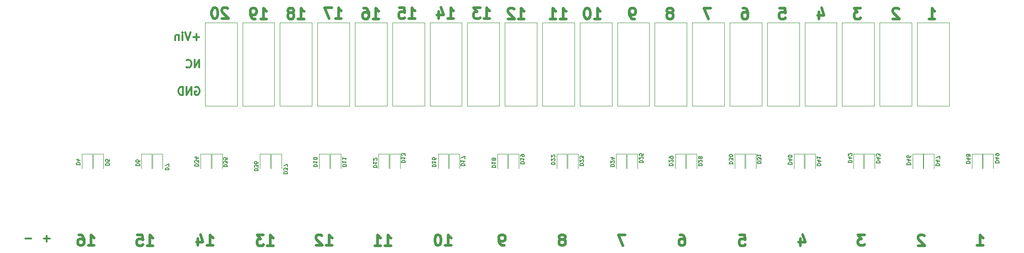
<source format=gbr>
%TF.GenerationSoftware,KiCad,Pcbnew,9.0.3*%
%TF.CreationDate,2025-07-15T10:45:23+03:00*%
%TF.ProjectId,control_unit_tester,636f6e74-726f-46c5-9f75-6e69745f7465,R2*%
%TF.SameCoordinates,Original*%
%TF.FileFunction,Legend,Bot*%
%TF.FilePolarity,Positive*%
%FSLAX46Y46*%
G04 Gerber Fmt 4.6, Leading zero omitted, Abs format (unit mm)*
G04 Created by KiCad (PCBNEW 9.0.3) date 2025-07-15 10:45:23*
%MOMM*%
%LPD*%
G01*
G04 APERTURE LIST*
%ADD10C,0.300000*%
%ADD11C,0.500000*%
%ADD12C,0.150000*%
%ADD13C,0.120000*%
%ADD14C,0.100000*%
G04 APERTURE END LIST*
D10*
X66604510Y-111179400D02*
X67747368Y-111179400D01*
X67175939Y-111750828D02*
X67175939Y-110607971D01*
D11*
X204242481Y-68054238D02*
X205194862Y-68054238D01*
X205194862Y-68054238D02*
X205290100Y-69006619D01*
X205290100Y-69006619D02*
X205194862Y-68911380D01*
X205194862Y-68911380D02*
X205004386Y-68816142D01*
X205004386Y-68816142D02*
X204528195Y-68816142D01*
X204528195Y-68816142D02*
X204337719Y-68911380D01*
X204337719Y-68911380D02*
X204242481Y-69006619D01*
X204242481Y-69006619D02*
X204147243Y-69197095D01*
X204147243Y-69197095D02*
X204147243Y-69673285D01*
X204147243Y-69673285D02*
X204242481Y-69863761D01*
X204242481Y-69863761D02*
X204337719Y-69959000D01*
X204337719Y-69959000D02*
X204528195Y-70054238D01*
X204528195Y-70054238D02*
X205004386Y-70054238D01*
X205004386Y-70054238D02*
X205194862Y-69959000D01*
X205194862Y-69959000D02*
X205290100Y-69863761D01*
X196742481Y-110479238D02*
X197694862Y-110479238D01*
X197694862Y-110479238D02*
X197790100Y-111431619D01*
X197790100Y-111431619D02*
X197694862Y-111336380D01*
X197694862Y-111336380D02*
X197504386Y-111241142D01*
X197504386Y-111241142D02*
X197028195Y-111241142D01*
X197028195Y-111241142D02*
X196837719Y-111336380D01*
X196837719Y-111336380D02*
X196742481Y-111431619D01*
X196742481Y-111431619D02*
X196647243Y-111622095D01*
X196647243Y-111622095D02*
X196647243Y-112098285D01*
X196647243Y-112098285D02*
X196742481Y-112288761D01*
X196742481Y-112288761D02*
X196837719Y-112384000D01*
X196837719Y-112384000D02*
X197028195Y-112479238D01*
X197028195Y-112479238D02*
X197504386Y-112479238D01*
X197504386Y-112479238D02*
X197694862Y-112384000D01*
X197694862Y-112384000D02*
X197790100Y-112288761D01*
X191385338Y-68054238D02*
X190052005Y-68054238D01*
X190052005Y-68054238D02*
X190909148Y-70054238D01*
X152699624Y-112454238D02*
X152318672Y-112454238D01*
X152318672Y-112454238D02*
X152128195Y-112359000D01*
X152128195Y-112359000D02*
X152032957Y-112263761D01*
X152032957Y-112263761D02*
X151842481Y-111978047D01*
X151842481Y-111978047D02*
X151747243Y-111597095D01*
X151747243Y-111597095D02*
X151747243Y-110835190D01*
X151747243Y-110835190D02*
X151842481Y-110644714D01*
X151842481Y-110644714D02*
X151937719Y-110549476D01*
X151937719Y-110549476D02*
X152128195Y-110454238D01*
X152128195Y-110454238D02*
X152509148Y-110454238D01*
X152509148Y-110454238D02*
X152699624Y-110549476D01*
X152699624Y-110549476D02*
X152794862Y-110644714D01*
X152794862Y-110644714D02*
X152890100Y-110835190D01*
X152890100Y-110835190D02*
X152890100Y-111311380D01*
X152890100Y-111311380D02*
X152794862Y-111501857D01*
X152794862Y-111501857D02*
X152699624Y-111597095D01*
X152699624Y-111597095D02*
X152509148Y-111692333D01*
X152509148Y-111692333D02*
X152128195Y-111692333D01*
X152128195Y-111692333D02*
X151937719Y-111597095D01*
X151937719Y-111597095D02*
X151842481Y-111501857D01*
X151842481Y-111501857D02*
X151747243Y-111311380D01*
X185587719Y-110454238D02*
X185968672Y-110454238D01*
X185968672Y-110454238D02*
X186159148Y-110549476D01*
X186159148Y-110549476D02*
X186254386Y-110644714D01*
X186254386Y-110644714D02*
X186444862Y-110930428D01*
X186444862Y-110930428D02*
X186540100Y-111311380D01*
X186540100Y-111311380D02*
X186540100Y-112073285D01*
X186540100Y-112073285D02*
X186444862Y-112263761D01*
X186444862Y-112263761D02*
X186349624Y-112359000D01*
X186349624Y-112359000D02*
X186159148Y-112454238D01*
X186159148Y-112454238D02*
X185778195Y-112454238D01*
X185778195Y-112454238D02*
X185587719Y-112359000D01*
X185587719Y-112359000D02*
X185492481Y-112263761D01*
X185492481Y-112263761D02*
X185397243Y-112073285D01*
X185397243Y-112073285D02*
X185397243Y-111597095D01*
X185397243Y-111597095D02*
X185492481Y-111406619D01*
X185492481Y-111406619D02*
X185587719Y-111311380D01*
X185587719Y-111311380D02*
X185778195Y-111216142D01*
X185778195Y-111216142D02*
X186159148Y-111216142D01*
X186159148Y-111216142D02*
X186349624Y-111311380D01*
X186349624Y-111311380D02*
X186444862Y-111406619D01*
X186444862Y-111406619D02*
X186540100Y-111597095D01*
D10*
X94909774Y-82872257D02*
X95052632Y-82800828D01*
X95052632Y-82800828D02*
X95266917Y-82800828D01*
X95266917Y-82800828D02*
X95481203Y-82872257D01*
X95481203Y-82872257D02*
X95624060Y-83015114D01*
X95624060Y-83015114D02*
X95695489Y-83157971D01*
X95695489Y-83157971D02*
X95766917Y-83443685D01*
X95766917Y-83443685D02*
X95766917Y-83657971D01*
X95766917Y-83657971D02*
X95695489Y-83943685D01*
X95695489Y-83943685D02*
X95624060Y-84086542D01*
X95624060Y-84086542D02*
X95481203Y-84229400D01*
X95481203Y-84229400D02*
X95266917Y-84300828D01*
X95266917Y-84300828D02*
X95124060Y-84300828D01*
X95124060Y-84300828D02*
X94909774Y-84229400D01*
X94909774Y-84229400D02*
X94838346Y-84157971D01*
X94838346Y-84157971D02*
X94838346Y-83657971D01*
X94838346Y-83657971D02*
X95124060Y-83657971D01*
X94195489Y-84300828D02*
X94195489Y-82800828D01*
X94195489Y-82800828D02*
X93338346Y-84300828D01*
X93338346Y-84300828D02*
X93338346Y-82800828D01*
X92624060Y-84300828D02*
X92624060Y-82800828D01*
X92624060Y-82800828D02*
X92266917Y-82800828D01*
X92266917Y-82800828D02*
X92052631Y-82872257D01*
X92052631Y-82872257D02*
X91909774Y-83015114D01*
X91909774Y-83015114D02*
X91838345Y-83157971D01*
X91838345Y-83157971D02*
X91766917Y-83443685D01*
X91766917Y-83443685D02*
X91766917Y-83657971D01*
X91766917Y-83657971D02*
X91838345Y-83943685D01*
X91838345Y-83943685D02*
X91909774Y-84086542D01*
X91909774Y-84086542D02*
X92052631Y-84229400D01*
X92052631Y-84229400D02*
X92266917Y-84300828D01*
X92266917Y-84300828D02*
X92624060Y-84300828D01*
D11*
X141647243Y-112454238D02*
X142790100Y-112454238D01*
X142218672Y-112454238D02*
X142218672Y-110454238D01*
X142218672Y-110454238D02*
X142409148Y-110739952D01*
X142409148Y-110739952D02*
X142599624Y-110930428D01*
X142599624Y-110930428D02*
X142790100Y-111025666D01*
X140409148Y-110454238D02*
X140218671Y-110454238D01*
X140218671Y-110454238D02*
X140028195Y-110549476D01*
X140028195Y-110549476D02*
X139932957Y-110644714D01*
X139932957Y-110644714D02*
X139837719Y-110835190D01*
X139837719Y-110835190D02*
X139742481Y-111216142D01*
X139742481Y-111216142D02*
X139742481Y-111692333D01*
X139742481Y-111692333D02*
X139837719Y-112073285D01*
X139837719Y-112073285D02*
X139932957Y-112263761D01*
X139932957Y-112263761D02*
X140028195Y-112359000D01*
X140028195Y-112359000D02*
X140218671Y-112454238D01*
X140218671Y-112454238D02*
X140409148Y-112454238D01*
X140409148Y-112454238D02*
X140599624Y-112359000D01*
X140599624Y-112359000D02*
X140694862Y-112263761D01*
X140694862Y-112263761D02*
X140790100Y-112073285D01*
X140790100Y-112073285D02*
X140885338Y-111692333D01*
X140885338Y-111692333D02*
X140885338Y-111216142D01*
X140885338Y-111216142D02*
X140790100Y-110835190D01*
X140790100Y-110835190D02*
X140694862Y-110644714D01*
X140694862Y-110644714D02*
X140599624Y-110549476D01*
X140599624Y-110549476D02*
X140409148Y-110454238D01*
D10*
X63129510Y-111179400D02*
X64272368Y-111179400D01*
D11*
X128147243Y-70054238D02*
X129290100Y-70054238D01*
X128718672Y-70054238D02*
X128718672Y-68054238D01*
X128718672Y-68054238D02*
X128909148Y-68339952D01*
X128909148Y-68339952D02*
X129099624Y-68530428D01*
X129099624Y-68530428D02*
X129290100Y-68625666D01*
X126432957Y-68054238D02*
X126813910Y-68054238D01*
X126813910Y-68054238D02*
X127004386Y-68149476D01*
X127004386Y-68149476D02*
X127099624Y-68244714D01*
X127099624Y-68244714D02*
X127290100Y-68530428D01*
X127290100Y-68530428D02*
X127385338Y-68911380D01*
X127385338Y-68911380D02*
X127385338Y-69673285D01*
X127385338Y-69673285D02*
X127290100Y-69863761D01*
X127290100Y-69863761D02*
X127194862Y-69959000D01*
X127194862Y-69959000D02*
X127004386Y-70054238D01*
X127004386Y-70054238D02*
X126623433Y-70054238D01*
X126623433Y-70054238D02*
X126432957Y-69959000D01*
X126432957Y-69959000D02*
X126337719Y-69863761D01*
X126337719Y-69863761D02*
X126242481Y-69673285D01*
X126242481Y-69673285D02*
X126242481Y-69197095D01*
X126242481Y-69197095D02*
X126337719Y-69006619D01*
X126337719Y-69006619D02*
X126432957Y-68911380D01*
X126432957Y-68911380D02*
X126623433Y-68816142D01*
X126623433Y-68816142D02*
X127004386Y-68816142D01*
X127004386Y-68816142D02*
X127194862Y-68911380D01*
X127194862Y-68911380D02*
X127290100Y-69006619D01*
X127290100Y-69006619D02*
X127385338Y-69197095D01*
D10*
X95695489Y-73479400D02*
X94552632Y-73479400D01*
X95124060Y-74050828D02*
X95124060Y-72907971D01*
X94052631Y-72550828D02*
X93552631Y-74050828D01*
X93552631Y-74050828D02*
X93052631Y-72550828D01*
X92552632Y-74050828D02*
X92552632Y-73050828D01*
X92552632Y-72550828D02*
X92624060Y-72622257D01*
X92624060Y-72622257D02*
X92552632Y-72693685D01*
X92552632Y-72693685D02*
X92481203Y-72622257D01*
X92481203Y-72622257D02*
X92552632Y-72550828D01*
X92552632Y-72550828D02*
X92552632Y-72693685D01*
X91838346Y-73050828D02*
X91838346Y-74050828D01*
X91838346Y-73193685D02*
X91766917Y-73122257D01*
X91766917Y-73122257D02*
X91624060Y-73050828D01*
X91624060Y-73050828D02*
X91409774Y-73050828D01*
X91409774Y-73050828D02*
X91266917Y-73122257D01*
X91266917Y-73122257D02*
X91195489Y-73265114D01*
X91195489Y-73265114D02*
X91195489Y-74050828D01*
D11*
X211587719Y-68720904D02*
X211587719Y-70054238D01*
X212063910Y-67959000D02*
X212540100Y-69387571D01*
X212540100Y-69387571D02*
X211302005Y-69387571D01*
X148897243Y-69979238D02*
X150040100Y-69979238D01*
X149468672Y-69979238D02*
X149468672Y-67979238D01*
X149468672Y-67979238D02*
X149659148Y-68264952D01*
X149659148Y-68264952D02*
X149849624Y-68455428D01*
X149849624Y-68455428D02*
X150040100Y-68550666D01*
X148230576Y-67979238D02*
X146992481Y-67979238D01*
X146992481Y-67979238D02*
X147659148Y-68741142D01*
X147659148Y-68741142D02*
X147373433Y-68741142D01*
X147373433Y-68741142D02*
X147182957Y-68836380D01*
X147182957Y-68836380D02*
X147087719Y-68931619D01*
X147087719Y-68931619D02*
X146992481Y-69122095D01*
X146992481Y-69122095D02*
X146992481Y-69598285D01*
X146992481Y-69598285D02*
X147087719Y-69788761D01*
X147087719Y-69788761D02*
X147182957Y-69884000D01*
X147182957Y-69884000D02*
X147373433Y-69979238D01*
X147373433Y-69979238D02*
X147944862Y-69979238D01*
X147944862Y-69979238D02*
X148135338Y-69884000D01*
X148135338Y-69884000D02*
X148230576Y-69788761D01*
X226540100Y-68244714D02*
X226444862Y-68149476D01*
X226444862Y-68149476D02*
X226254386Y-68054238D01*
X226254386Y-68054238D02*
X225778195Y-68054238D01*
X225778195Y-68054238D02*
X225587719Y-68149476D01*
X225587719Y-68149476D02*
X225492481Y-68244714D01*
X225492481Y-68244714D02*
X225397243Y-68435190D01*
X225397243Y-68435190D02*
X225397243Y-68625666D01*
X225397243Y-68625666D02*
X225492481Y-68911380D01*
X225492481Y-68911380D02*
X226635338Y-70054238D01*
X226635338Y-70054238D02*
X225397243Y-70054238D01*
X197337719Y-68054238D02*
X197718672Y-68054238D01*
X197718672Y-68054238D02*
X197909148Y-68149476D01*
X197909148Y-68149476D02*
X198004386Y-68244714D01*
X198004386Y-68244714D02*
X198194862Y-68530428D01*
X198194862Y-68530428D02*
X198290100Y-68911380D01*
X198290100Y-68911380D02*
X198290100Y-69673285D01*
X198290100Y-69673285D02*
X198194862Y-69863761D01*
X198194862Y-69863761D02*
X198099624Y-69959000D01*
X198099624Y-69959000D02*
X197909148Y-70054238D01*
X197909148Y-70054238D02*
X197528195Y-70054238D01*
X197528195Y-70054238D02*
X197337719Y-69959000D01*
X197337719Y-69959000D02*
X197242481Y-69863761D01*
X197242481Y-69863761D02*
X197147243Y-69673285D01*
X197147243Y-69673285D02*
X197147243Y-69197095D01*
X197147243Y-69197095D02*
X197242481Y-69006619D01*
X197242481Y-69006619D02*
X197337719Y-68911380D01*
X197337719Y-68911380D02*
X197528195Y-68816142D01*
X197528195Y-68816142D02*
X197909148Y-68816142D01*
X197909148Y-68816142D02*
X198099624Y-68911380D01*
X198099624Y-68911380D02*
X198194862Y-69006619D01*
X198194862Y-69006619D02*
X198290100Y-69197095D01*
X134897243Y-69979238D02*
X136040100Y-69979238D01*
X135468672Y-69979238D02*
X135468672Y-67979238D01*
X135468672Y-67979238D02*
X135659148Y-68264952D01*
X135659148Y-68264952D02*
X135849624Y-68455428D01*
X135849624Y-68455428D02*
X136040100Y-68550666D01*
X133087719Y-67979238D02*
X134040100Y-67979238D01*
X134040100Y-67979238D02*
X134135338Y-68931619D01*
X134135338Y-68931619D02*
X134040100Y-68836380D01*
X134040100Y-68836380D02*
X133849624Y-68741142D01*
X133849624Y-68741142D02*
X133373433Y-68741142D01*
X133373433Y-68741142D02*
X133182957Y-68836380D01*
X133182957Y-68836380D02*
X133087719Y-68931619D01*
X133087719Y-68931619D02*
X132992481Y-69122095D01*
X132992481Y-69122095D02*
X132992481Y-69598285D01*
X132992481Y-69598285D02*
X133087719Y-69788761D01*
X133087719Y-69788761D02*
X133182957Y-69884000D01*
X133182957Y-69884000D02*
X133373433Y-69979238D01*
X133373433Y-69979238D02*
X133849624Y-69979238D01*
X133849624Y-69979238D02*
X134040100Y-69884000D01*
X134040100Y-69884000D02*
X134135338Y-69788761D01*
X130397243Y-112479238D02*
X131540100Y-112479238D01*
X130968672Y-112479238D02*
X130968672Y-110479238D01*
X130968672Y-110479238D02*
X131159148Y-110764952D01*
X131159148Y-110764952D02*
X131349624Y-110955428D01*
X131349624Y-110955428D02*
X131540100Y-111050666D01*
X128492481Y-112479238D02*
X129635338Y-112479238D01*
X129063910Y-112479238D02*
X129063910Y-110479238D01*
X129063910Y-110479238D02*
X129254386Y-110764952D01*
X129254386Y-110764952D02*
X129444862Y-110955428D01*
X129444862Y-110955428D02*
X129635338Y-111050666D01*
X97147243Y-112454238D02*
X98290100Y-112454238D01*
X97718672Y-112454238D02*
X97718672Y-110454238D01*
X97718672Y-110454238D02*
X97909148Y-110739952D01*
X97909148Y-110739952D02*
X98099624Y-110930428D01*
X98099624Y-110930428D02*
X98290100Y-111025666D01*
X95432957Y-111120904D02*
X95432957Y-112454238D01*
X95909148Y-110359000D02*
X96385338Y-111787571D01*
X96385338Y-111787571D02*
X95147243Y-111787571D01*
X85897243Y-112479238D02*
X87040100Y-112479238D01*
X86468672Y-112479238D02*
X86468672Y-110479238D01*
X86468672Y-110479238D02*
X86659148Y-110764952D01*
X86659148Y-110764952D02*
X86849624Y-110955428D01*
X86849624Y-110955428D02*
X87040100Y-111050666D01*
X84087719Y-110479238D02*
X85040100Y-110479238D01*
X85040100Y-110479238D02*
X85135338Y-111431619D01*
X85135338Y-111431619D02*
X85040100Y-111336380D01*
X85040100Y-111336380D02*
X84849624Y-111241142D01*
X84849624Y-111241142D02*
X84373433Y-111241142D01*
X84373433Y-111241142D02*
X84182957Y-111336380D01*
X84182957Y-111336380D02*
X84087719Y-111431619D01*
X84087719Y-111431619D02*
X83992481Y-111622095D01*
X83992481Y-111622095D02*
X83992481Y-112098285D01*
X83992481Y-112098285D02*
X84087719Y-112288761D01*
X84087719Y-112288761D02*
X84182957Y-112384000D01*
X84182957Y-112384000D02*
X84373433Y-112479238D01*
X84373433Y-112479238D02*
X84849624Y-112479238D01*
X84849624Y-112479238D02*
X85040100Y-112384000D01*
X85040100Y-112384000D02*
X85135338Y-112288761D01*
D10*
X95695489Y-79175828D02*
X95695489Y-77675828D01*
X95695489Y-77675828D02*
X94838346Y-79175828D01*
X94838346Y-79175828D02*
X94838346Y-77675828D01*
X93266917Y-79032971D02*
X93338345Y-79104400D01*
X93338345Y-79104400D02*
X93552631Y-79175828D01*
X93552631Y-79175828D02*
X93695488Y-79175828D01*
X93695488Y-79175828D02*
X93909774Y-79104400D01*
X93909774Y-79104400D02*
X94052631Y-78961542D01*
X94052631Y-78961542D02*
X94124060Y-78818685D01*
X94124060Y-78818685D02*
X94195488Y-78532971D01*
X94195488Y-78532971D02*
X94195488Y-78318685D01*
X94195488Y-78318685D02*
X94124060Y-78032971D01*
X94124060Y-78032971D02*
X94052631Y-77890114D01*
X94052631Y-77890114D02*
X93909774Y-77747257D01*
X93909774Y-77747257D02*
X93695488Y-77675828D01*
X93695488Y-77675828D02*
X93552631Y-77675828D01*
X93552631Y-77675828D02*
X93338345Y-77747257D01*
X93338345Y-77747257D02*
X93266917Y-77818685D01*
D11*
X142147243Y-69979238D02*
X143290100Y-69979238D01*
X142718672Y-69979238D02*
X142718672Y-67979238D01*
X142718672Y-67979238D02*
X142909148Y-68264952D01*
X142909148Y-68264952D02*
X143099624Y-68455428D01*
X143099624Y-68455428D02*
X143290100Y-68550666D01*
X140432957Y-68645904D02*
X140432957Y-69979238D01*
X140909148Y-67884000D02*
X141385338Y-69312571D01*
X141385338Y-69312571D02*
X140147243Y-69312571D01*
X114147243Y-70054238D02*
X115290100Y-70054238D01*
X114718672Y-70054238D02*
X114718672Y-68054238D01*
X114718672Y-68054238D02*
X114909148Y-68339952D01*
X114909148Y-68339952D02*
X115099624Y-68530428D01*
X115099624Y-68530428D02*
X115290100Y-68625666D01*
X113004386Y-68911380D02*
X113194862Y-68816142D01*
X113194862Y-68816142D02*
X113290100Y-68720904D01*
X113290100Y-68720904D02*
X113385338Y-68530428D01*
X113385338Y-68530428D02*
X113385338Y-68435190D01*
X113385338Y-68435190D02*
X113290100Y-68244714D01*
X113290100Y-68244714D02*
X113194862Y-68149476D01*
X113194862Y-68149476D02*
X113004386Y-68054238D01*
X113004386Y-68054238D02*
X112623433Y-68054238D01*
X112623433Y-68054238D02*
X112432957Y-68149476D01*
X112432957Y-68149476D02*
X112337719Y-68244714D01*
X112337719Y-68244714D02*
X112242481Y-68435190D01*
X112242481Y-68435190D02*
X112242481Y-68530428D01*
X112242481Y-68530428D02*
X112337719Y-68720904D01*
X112337719Y-68720904D02*
X112432957Y-68816142D01*
X112432957Y-68816142D02*
X112623433Y-68911380D01*
X112623433Y-68911380D02*
X113004386Y-68911380D01*
X113004386Y-68911380D02*
X113194862Y-69006619D01*
X113194862Y-69006619D02*
X113290100Y-69101857D01*
X113290100Y-69101857D02*
X113385338Y-69292333D01*
X113385338Y-69292333D02*
X113385338Y-69673285D01*
X113385338Y-69673285D02*
X113290100Y-69863761D01*
X113290100Y-69863761D02*
X113194862Y-69959000D01*
X113194862Y-69959000D02*
X113004386Y-70054238D01*
X113004386Y-70054238D02*
X112623433Y-70054238D01*
X112623433Y-70054238D02*
X112432957Y-69959000D01*
X112432957Y-69959000D02*
X112337719Y-69863761D01*
X112337719Y-69863761D02*
X112242481Y-69673285D01*
X112242481Y-69673285D02*
X112242481Y-69292333D01*
X112242481Y-69292333D02*
X112337719Y-69101857D01*
X112337719Y-69101857D02*
X112432957Y-69006619D01*
X112432957Y-69006619D02*
X112623433Y-68911380D01*
X107147243Y-70054238D02*
X108290100Y-70054238D01*
X107718672Y-70054238D02*
X107718672Y-68054238D01*
X107718672Y-68054238D02*
X107909148Y-68339952D01*
X107909148Y-68339952D02*
X108099624Y-68530428D01*
X108099624Y-68530428D02*
X108290100Y-68625666D01*
X106194862Y-70054238D02*
X105813910Y-70054238D01*
X105813910Y-70054238D02*
X105623433Y-69959000D01*
X105623433Y-69959000D02*
X105528195Y-69863761D01*
X105528195Y-69863761D02*
X105337719Y-69578047D01*
X105337719Y-69578047D02*
X105242481Y-69197095D01*
X105242481Y-69197095D02*
X105242481Y-68435190D01*
X105242481Y-68435190D02*
X105337719Y-68244714D01*
X105337719Y-68244714D02*
X105432957Y-68149476D01*
X105432957Y-68149476D02*
X105623433Y-68054238D01*
X105623433Y-68054238D02*
X106004386Y-68054238D01*
X106004386Y-68054238D02*
X106194862Y-68149476D01*
X106194862Y-68149476D02*
X106290100Y-68244714D01*
X106290100Y-68244714D02*
X106385338Y-68435190D01*
X106385338Y-68435190D02*
X106385338Y-68911380D01*
X106385338Y-68911380D02*
X106290100Y-69101857D01*
X106290100Y-69101857D02*
X106194862Y-69197095D01*
X106194862Y-69197095D02*
X106004386Y-69292333D01*
X106004386Y-69292333D02*
X105623433Y-69292333D01*
X105623433Y-69292333D02*
X105432957Y-69197095D01*
X105432957Y-69197095D02*
X105337719Y-69101857D01*
X105337719Y-69101857D02*
X105242481Y-68911380D01*
X119397243Y-112454238D02*
X120540100Y-112454238D01*
X119968672Y-112454238D02*
X119968672Y-110454238D01*
X119968672Y-110454238D02*
X120159148Y-110739952D01*
X120159148Y-110739952D02*
X120349624Y-110930428D01*
X120349624Y-110930428D02*
X120540100Y-111025666D01*
X118635338Y-110644714D02*
X118540100Y-110549476D01*
X118540100Y-110549476D02*
X118349624Y-110454238D01*
X118349624Y-110454238D02*
X117873433Y-110454238D01*
X117873433Y-110454238D02*
X117682957Y-110549476D01*
X117682957Y-110549476D02*
X117587719Y-110644714D01*
X117587719Y-110644714D02*
X117492481Y-110835190D01*
X117492481Y-110835190D02*
X117492481Y-111025666D01*
X117492481Y-111025666D02*
X117587719Y-111311380D01*
X117587719Y-111311380D02*
X118730576Y-112454238D01*
X118730576Y-112454238D02*
X117492481Y-112454238D01*
X74897243Y-112454238D02*
X76040100Y-112454238D01*
X75468672Y-112454238D02*
X75468672Y-110454238D01*
X75468672Y-110454238D02*
X75659148Y-110739952D01*
X75659148Y-110739952D02*
X75849624Y-110930428D01*
X75849624Y-110930428D02*
X76040100Y-111025666D01*
X73182957Y-110454238D02*
X73563910Y-110454238D01*
X73563910Y-110454238D02*
X73754386Y-110549476D01*
X73754386Y-110549476D02*
X73849624Y-110644714D01*
X73849624Y-110644714D02*
X74040100Y-110930428D01*
X74040100Y-110930428D02*
X74135338Y-111311380D01*
X74135338Y-111311380D02*
X74135338Y-112073285D01*
X74135338Y-112073285D02*
X74040100Y-112263761D01*
X74040100Y-112263761D02*
X73944862Y-112359000D01*
X73944862Y-112359000D02*
X73754386Y-112454238D01*
X73754386Y-112454238D02*
X73373433Y-112454238D01*
X73373433Y-112454238D02*
X73182957Y-112359000D01*
X73182957Y-112359000D02*
X73087719Y-112263761D01*
X73087719Y-112263761D02*
X72992481Y-112073285D01*
X72992481Y-112073285D02*
X72992481Y-111597095D01*
X72992481Y-111597095D02*
X73087719Y-111406619D01*
X73087719Y-111406619D02*
X73182957Y-111311380D01*
X73182957Y-111311380D02*
X73373433Y-111216142D01*
X73373433Y-111216142D02*
X73754386Y-111216142D01*
X73754386Y-111216142D02*
X73944862Y-111311380D01*
X73944862Y-111311380D02*
X74040100Y-111406619D01*
X74040100Y-111406619D02*
X74135338Y-111597095D01*
X241147243Y-112454238D02*
X242290100Y-112454238D01*
X241718672Y-112454238D02*
X241718672Y-110454238D01*
X241718672Y-110454238D02*
X241909148Y-110739952D01*
X241909148Y-110739952D02*
X242099624Y-110930428D01*
X242099624Y-110930428D02*
X242290100Y-111025666D01*
X208087719Y-111145904D02*
X208087719Y-112479238D01*
X208563910Y-110384000D02*
X209040100Y-111812571D01*
X209040100Y-111812571D02*
X207802005Y-111812571D01*
X220135338Y-110454238D02*
X218897243Y-110454238D01*
X218897243Y-110454238D02*
X219563910Y-111216142D01*
X219563910Y-111216142D02*
X219278195Y-111216142D01*
X219278195Y-111216142D02*
X219087719Y-111311380D01*
X219087719Y-111311380D02*
X218992481Y-111406619D01*
X218992481Y-111406619D02*
X218897243Y-111597095D01*
X218897243Y-111597095D02*
X218897243Y-112073285D01*
X218897243Y-112073285D02*
X218992481Y-112263761D01*
X218992481Y-112263761D02*
X219087719Y-112359000D01*
X219087719Y-112359000D02*
X219278195Y-112454238D01*
X219278195Y-112454238D02*
X219849624Y-112454238D01*
X219849624Y-112454238D02*
X220040100Y-112359000D01*
X220040100Y-112359000D02*
X220135338Y-112263761D01*
X169572243Y-70054238D02*
X170715100Y-70054238D01*
X170143672Y-70054238D02*
X170143672Y-68054238D01*
X170143672Y-68054238D02*
X170334148Y-68339952D01*
X170334148Y-68339952D02*
X170524624Y-68530428D01*
X170524624Y-68530428D02*
X170715100Y-68625666D01*
X168334148Y-68054238D02*
X168143671Y-68054238D01*
X168143671Y-68054238D02*
X167953195Y-68149476D01*
X167953195Y-68149476D02*
X167857957Y-68244714D01*
X167857957Y-68244714D02*
X167762719Y-68435190D01*
X167762719Y-68435190D02*
X167667481Y-68816142D01*
X167667481Y-68816142D02*
X167667481Y-69292333D01*
X167667481Y-69292333D02*
X167762719Y-69673285D01*
X167762719Y-69673285D02*
X167857957Y-69863761D01*
X167857957Y-69863761D02*
X167953195Y-69959000D01*
X167953195Y-69959000D02*
X168143671Y-70054238D01*
X168143671Y-70054238D02*
X168334148Y-70054238D01*
X168334148Y-70054238D02*
X168524624Y-69959000D01*
X168524624Y-69959000D02*
X168619862Y-69863761D01*
X168619862Y-69863761D02*
X168715100Y-69673285D01*
X168715100Y-69673285D02*
X168810338Y-69292333D01*
X168810338Y-69292333D02*
X168810338Y-68816142D01*
X168810338Y-68816142D02*
X168715100Y-68435190D01*
X168715100Y-68435190D02*
X168619862Y-68244714D01*
X168619862Y-68244714D02*
X168524624Y-68149476D01*
X168524624Y-68149476D02*
X168334148Y-68054238D01*
X183909148Y-68911380D02*
X184099624Y-68816142D01*
X184099624Y-68816142D02*
X184194862Y-68720904D01*
X184194862Y-68720904D02*
X184290100Y-68530428D01*
X184290100Y-68530428D02*
X184290100Y-68435190D01*
X184290100Y-68435190D02*
X184194862Y-68244714D01*
X184194862Y-68244714D02*
X184099624Y-68149476D01*
X184099624Y-68149476D02*
X183909148Y-68054238D01*
X183909148Y-68054238D02*
X183528195Y-68054238D01*
X183528195Y-68054238D02*
X183337719Y-68149476D01*
X183337719Y-68149476D02*
X183242481Y-68244714D01*
X183242481Y-68244714D02*
X183147243Y-68435190D01*
X183147243Y-68435190D02*
X183147243Y-68530428D01*
X183147243Y-68530428D02*
X183242481Y-68720904D01*
X183242481Y-68720904D02*
X183337719Y-68816142D01*
X183337719Y-68816142D02*
X183528195Y-68911380D01*
X183528195Y-68911380D02*
X183909148Y-68911380D01*
X183909148Y-68911380D02*
X184099624Y-69006619D01*
X184099624Y-69006619D02*
X184194862Y-69101857D01*
X184194862Y-69101857D02*
X184290100Y-69292333D01*
X184290100Y-69292333D02*
X184290100Y-69673285D01*
X184290100Y-69673285D02*
X184194862Y-69863761D01*
X184194862Y-69863761D02*
X184099624Y-69959000D01*
X184099624Y-69959000D02*
X183909148Y-70054238D01*
X183909148Y-70054238D02*
X183528195Y-70054238D01*
X183528195Y-70054238D02*
X183337719Y-69959000D01*
X183337719Y-69959000D02*
X183242481Y-69863761D01*
X183242481Y-69863761D02*
X183147243Y-69673285D01*
X183147243Y-69673285D02*
X183147243Y-69292333D01*
X183147243Y-69292333D02*
X183242481Y-69101857D01*
X183242481Y-69101857D02*
X183337719Y-69006619D01*
X183337719Y-69006619D02*
X183528195Y-68911380D01*
X232147243Y-70054238D02*
X233290100Y-70054238D01*
X232718672Y-70054238D02*
X232718672Y-68054238D01*
X232718672Y-68054238D02*
X232909148Y-68339952D01*
X232909148Y-68339952D02*
X233099624Y-68530428D01*
X233099624Y-68530428D02*
X233290100Y-68625666D01*
X121147243Y-69979238D02*
X122290100Y-69979238D01*
X121718672Y-69979238D02*
X121718672Y-67979238D01*
X121718672Y-67979238D02*
X121909148Y-68264952D01*
X121909148Y-68264952D02*
X122099624Y-68455428D01*
X122099624Y-68455428D02*
X122290100Y-68550666D01*
X120480576Y-67979238D02*
X119147243Y-67979238D01*
X119147243Y-67979238D02*
X120004386Y-69979238D01*
X177099624Y-70054238D02*
X176718672Y-70054238D01*
X176718672Y-70054238D02*
X176528195Y-69959000D01*
X176528195Y-69959000D02*
X176432957Y-69863761D01*
X176432957Y-69863761D02*
X176242481Y-69578047D01*
X176242481Y-69578047D02*
X176147243Y-69197095D01*
X176147243Y-69197095D02*
X176147243Y-68435190D01*
X176147243Y-68435190D02*
X176242481Y-68244714D01*
X176242481Y-68244714D02*
X176337719Y-68149476D01*
X176337719Y-68149476D02*
X176528195Y-68054238D01*
X176528195Y-68054238D02*
X176909148Y-68054238D01*
X176909148Y-68054238D02*
X177099624Y-68149476D01*
X177099624Y-68149476D02*
X177194862Y-68244714D01*
X177194862Y-68244714D02*
X177290100Y-68435190D01*
X177290100Y-68435190D02*
X177290100Y-68911380D01*
X177290100Y-68911380D02*
X177194862Y-69101857D01*
X177194862Y-69101857D02*
X177099624Y-69197095D01*
X177099624Y-69197095D02*
X176909148Y-69292333D01*
X176909148Y-69292333D02*
X176528195Y-69292333D01*
X176528195Y-69292333D02*
X176337719Y-69197095D01*
X176337719Y-69197095D02*
X176242481Y-69101857D01*
X176242481Y-69101857D02*
X176147243Y-68911380D01*
X231290100Y-110669714D02*
X231194862Y-110574476D01*
X231194862Y-110574476D02*
X231004386Y-110479238D01*
X231004386Y-110479238D02*
X230528195Y-110479238D01*
X230528195Y-110479238D02*
X230337719Y-110574476D01*
X230337719Y-110574476D02*
X230242481Y-110669714D01*
X230242481Y-110669714D02*
X230147243Y-110860190D01*
X230147243Y-110860190D02*
X230147243Y-111050666D01*
X230147243Y-111050666D02*
X230242481Y-111336380D01*
X230242481Y-111336380D02*
X231385338Y-112479238D01*
X231385338Y-112479238D02*
X230147243Y-112479238D01*
X101040100Y-68169714D02*
X100944862Y-68074476D01*
X100944862Y-68074476D02*
X100754386Y-67979238D01*
X100754386Y-67979238D02*
X100278195Y-67979238D01*
X100278195Y-67979238D02*
X100087719Y-68074476D01*
X100087719Y-68074476D02*
X99992481Y-68169714D01*
X99992481Y-68169714D02*
X99897243Y-68360190D01*
X99897243Y-68360190D02*
X99897243Y-68550666D01*
X99897243Y-68550666D02*
X99992481Y-68836380D01*
X99992481Y-68836380D02*
X101135338Y-69979238D01*
X101135338Y-69979238D02*
X99897243Y-69979238D01*
X98659148Y-67979238D02*
X98468671Y-67979238D01*
X98468671Y-67979238D02*
X98278195Y-68074476D01*
X98278195Y-68074476D02*
X98182957Y-68169714D01*
X98182957Y-68169714D02*
X98087719Y-68360190D01*
X98087719Y-68360190D02*
X97992481Y-68741142D01*
X97992481Y-68741142D02*
X97992481Y-69217333D01*
X97992481Y-69217333D02*
X98087719Y-69598285D01*
X98087719Y-69598285D02*
X98182957Y-69788761D01*
X98182957Y-69788761D02*
X98278195Y-69884000D01*
X98278195Y-69884000D02*
X98468671Y-69979238D01*
X98468671Y-69979238D02*
X98659148Y-69979238D01*
X98659148Y-69979238D02*
X98849624Y-69884000D01*
X98849624Y-69884000D02*
X98944862Y-69788761D01*
X98944862Y-69788761D02*
X99040100Y-69598285D01*
X99040100Y-69598285D02*
X99135338Y-69217333D01*
X99135338Y-69217333D02*
X99135338Y-68741142D01*
X99135338Y-68741142D02*
X99040100Y-68360190D01*
X99040100Y-68360190D02*
X98944862Y-68169714D01*
X98944862Y-68169714D02*
X98849624Y-68074476D01*
X98849624Y-68074476D02*
X98659148Y-67979238D01*
X155322243Y-70054238D02*
X156465100Y-70054238D01*
X155893672Y-70054238D02*
X155893672Y-68054238D01*
X155893672Y-68054238D02*
X156084148Y-68339952D01*
X156084148Y-68339952D02*
X156274624Y-68530428D01*
X156274624Y-68530428D02*
X156465100Y-68625666D01*
X154560338Y-68244714D02*
X154465100Y-68149476D01*
X154465100Y-68149476D02*
X154274624Y-68054238D01*
X154274624Y-68054238D02*
X153798433Y-68054238D01*
X153798433Y-68054238D02*
X153607957Y-68149476D01*
X153607957Y-68149476D02*
X153512719Y-68244714D01*
X153512719Y-68244714D02*
X153417481Y-68435190D01*
X153417481Y-68435190D02*
X153417481Y-68625666D01*
X153417481Y-68625666D02*
X153512719Y-68911380D01*
X153512719Y-68911380D02*
X154655576Y-70054238D01*
X154655576Y-70054238D02*
X153417481Y-70054238D01*
X163759148Y-111311380D02*
X163949624Y-111216142D01*
X163949624Y-111216142D02*
X164044862Y-111120904D01*
X164044862Y-111120904D02*
X164140100Y-110930428D01*
X164140100Y-110930428D02*
X164140100Y-110835190D01*
X164140100Y-110835190D02*
X164044862Y-110644714D01*
X164044862Y-110644714D02*
X163949624Y-110549476D01*
X163949624Y-110549476D02*
X163759148Y-110454238D01*
X163759148Y-110454238D02*
X163378195Y-110454238D01*
X163378195Y-110454238D02*
X163187719Y-110549476D01*
X163187719Y-110549476D02*
X163092481Y-110644714D01*
X163092481Y-110644714D02*
X162997243Y-110835190D01*
X162997243Y-110835190D02*
X162997243Y-110930428D01*
X162997243Y-110930428D02*
X163092481Y-111120904D01*
X163092481Y-111120904D02*
X163187719Y-111216142D01*
X163187719Y-111216142D02*
X163378195Y-111311380D01*
X163378195Y-111311380D02*
X163759148Y-111311380D01*
X163759148Y-111311380D02*
X163949624Y-111406619D01*
X163949624Y-111406619D02*
X164044862Y-111501857D01*
X164044862Y-111501857D02*
X164140100Y-111692333D01*
X164140100Y-111692333D02*
X164140100Y-112073285D01*
X164140100Y-112073285D02*
X164044862Y-112263761D01*
X164044862Y-112263761D02*
X163949624Y-112359000D01*
X163949624Y-112359000D02*
X163759148Y-112454238D01*
X163759148Y-112454238D02*
X163378195Y-112454238D01*
X163378195Y-112454238D02*
X163187719Y-112359000D01*
X163187719Y-112359000D02*
X163092481Y-112263761D01*
X163092481Y-112263761D02*
X162997243Y-112073285D01*
X162997243Y-112073285D02*
X162997243Y-111692333D01*
X162997243Y-111692333D02*
X163092481Y-111501857D01*
X163092481Y-111501857D02*
X163187719Y-111406619D01*
X163187719Y-111406619D02*
X163378195Y-111311380D01*
X175385338Y-110479238D02*
X174052005Y-110479238D01*
X174052005Y-110479238D02*
X174909148Y-112479238D01*
X163172243Y-70054238D02*
X164315100Y-70054238D01*
X163743672Y-70054238D02*
X163743672Y-68054238D01*
X163743672Y-68054238D02*
X163934148Y-68339952D01*
X163934148Y-68339952D02*
X164124624Y-68530428D01*
X164124624Y-68530428D02*
X164315100Y-68625666D01*
X161267481Y-70054238D02*
X162410338Y-70054238D01*
X161838910Y-70054238D02*
X161838910Y-68054238D01*
X161838910Y-68054238D02*
X162029386Y-68339952D01*
X162029386Y-68339952D02*
X162219862Y-68530428D01*
X162219862Y-68530428D02*
X162410338Y-68625666D01*
X108397243Y-112479238D02*
X109540100Y-112479238D01*
X108968672Y-112479238D02*
X108968672Y-110479238D01*
X108968672Y-110479238D02*
X109159148Y-110764952D01*
X109159148Y-110764952D02*
X109349624Y-110955428D01*
X109349624Y-110955428D02*
X109540100Y-111050666D01*
X107730576Y-110479238D02*
X106492481Y-110479238D01*
X106492481Y-110479238D02*
X107159148Y-111241142D01*
X107159148Y-111241142D02*
X106873433Y-111241142D01*
X106873433Y-111241142D02*
X106682957Y-111336380D01*
X106682957Y-111336380D02*
X106587719Y-111431619D01*
X106587719Y-111431619D02*
X106492481Y-111622095D01*
X106492481Y-111622095D02*
X106492481Y-112098285D01*
X106492481Y-112098285D02*
X106587719Y-112288761D01*
X106587719Y-112288761D02*
X106682957Y-112384000D01*
X106682957Y-112384000D02*
X106873433Y-112479238D01*
X106873433Y-112479238D02*
X107444862Y-112479238D01*
X107444862Y-112479238D02*
X107635338Y-112384000D01*
X107635338Y-112384000D02*
X107730576Y-112288761D01*
X219385338Y-68054238D02*
X218147243Y-68054238D01*
X218147243Y-68054238D02*
X218813910Y-68816142D01*
X218813910Y-68816142D02*
X218528195Y-68816142D01*
X218528195Y-68816142D02*
X218337719Y-68911380D01*
X218337719Y-68911380D02*
X218242481Y-69006619D01*
X218242481Y-69006619D02*
X218147243Y-69197095D01*
X218147243Y-69197095D02*
X218147243Y-69673285D01*
X218147243Y-69673285D02*
X218242481Y-69863761D01*
X218242481Y-69863761D02*
X218337719Y-69959000D01*
X218337719Y-69959000D02*
X218528195Y-70054238D01*
X218528195Y-70054238D02*
X219099624Y-70054238D01*
X219099624Y-70054238D02*
X219290100Y-69959000D01*
X219290100Y-69959000D02*
X219385338Y-69863761D01*
D12*
X166858966Y-97475000D02*
X167558966Y-97475000D01*
X167558966Y-97475000D02*
X167558966Y-97308333D01*
X167558966Y-97308333D02*
X167525633Y-97208333D01*
X167525633Y-97208333D02*
X167458966Y-97141667D01*
X167458966Y-97141667D02*
X167392300Y-97108333D01*
X167392300Y-97108333D02*
X167258966Y-97075000D01*
X167258966Y-97075000D02*
X167158966Y-97075000D01*
X167158966Y-97075000D02*
X167025633Y-97108333D01*
X167025633Y-97108333D02*
X166958966Y-97141667D01*
X166958966Y-97141667D02*
X166892300Y-97208333D01*
X166892300Y-97208333D02*
X166858966Y-97308333D01*
X166858966Y-97308333D02*
X166858966Y-97475000D01*
X167492300Y-96808333D02*
X167525633Y-96775000D01*
X167525633Y-96775000D02*
X167558966Y-96708333D01*
X167558966Y-96708333D02*
X167558966Y-96541667D01*
X167558966Y-96541667D02*
X167525633Y-96475000D01*
X167525633Y-96475000D02*
X167492300Y-96441667D01*
X167492300Y-96441667D02*
X167425633Y-96408333D01*
X167425633Y-96408333D02*
X167358966Y-96408333D01*
X167358966Y-96408333D02*
X167258966Y-96441667D01*
X167258966Y-96441667D02*
X166858966Y-96841667D01*
X166858966Y-96841667D02*
X166858966Y-96408333D01*
X167558966Y-96175000D02*
X167558966Y-95741666D01*
X167558966Y-95741666D02*
X167292300Y-95975000D01*
X167292300Y-95975000D02*
X167292300Y-95875000D01*
X167292300Y-95875000D02*
X167258966Y-95808333D01*
X167258966Y-95808333D02*
X167225633Y-95775000D01*
X167225633Y-95775000D02*
X167158966Y-95741666D01*
X167158966Y-95741666D02*
X166992300Y-95741666D01*
X166992300Y-95741666D02*
X166925633Y-95775000D01*
X166925633Y-95775000D02*
X166892300Y-95808333D01*
X166892300Y-95808333D02*
X166858966Y-95875000D01*
X166858966Y-95875000D02*
X166858966Y-96075000D01*
X166858966Y-96075000D02*
X166892300Y-96141666D01*
X166892300Y-96141666D02*
X166925633Y-96175000D01*
X233458966Y-97507500D02*
X234158966Y-97507500D01*
X234158966Y-97507500D02*
X234158966Y-97340833D01*
X234158966Y-97340833D02*
X234125633Y-97240833D01*
X234125633Y-97240833D02*
X234058966Y-97174167D01*
X234058966Y-97174167D02*
X233992300Y-97140833D01*
X233992300Y-97140833D02*
X233858966Y-97107500D01*
X233858966Y-97107500D02*
X233758966Y-97107500D01*
X233758966Y-97107500D02*
X233625633Y-97140833D01*
X233625633Y-97140833D02*
X233558966Y-97174167D01*
X233558966Y-97174167D02*
X233492300Y-97240833D01*
X233492300Y-97240833D02*
X233458966Y-97340833D01*
X233458966Y-97340833D02*
X233458966Y-97507500D01*
X233925633Y-96507500D02*
X233458966Y-96507500D01*
X234192300Y-96674167D02*
X233692300Y-96840833D01*
X233692300Y-96840833D02*
X233692300Y-96407500D01*
X234158966Y-96207500D02*
X234158966Y-95740833D01*
X234158966Y-95740833D02*
X233458966Y-96040833D01*
X94858966Y-97600000D02*
X95558966Y-97600000D01*
X95558966Y-97600000D02*
X95558966Y-97433333D01*
X95558966Y-97433333D02*
X95525633Y-97333333D01*
X95525633Y-97333333D02*
X95458966Y-97266667D01*
X95458966Y-97266667D02*
X95392300Y-97233333D01*
X95392300Y-97233333D02*
X95258966Y-97200000D01*
X95258966Y-97200000D02*
X95158966Y-97200000D01*
X95158966Y-97200000D02*
X95025633Y-97233333D01*
X95025633Y-97233333D02*
X94958966Y-97266667D01*
X94958966Y-97266667D02*
X94892300Y-97333333D01*
X94892300Y-97333333D02*
X94858966Y-97433333D01*
X94858966Y-97433333D02*
X94858966Y-97600000D01*
X95558966Y-96966667D02*
X95558966Y-96533333D01*
X95558966Y-96533333D02*
X95292300Y-96766667D01*
X95292300Y-96766667D02*
X95292300Y-96666667D01*
X95292300Y-96666667D02*
X95258966Y-96600000D01*
X95258966Y-96600000D02*
X95225633Y-96566667D01*
X95225633Y-96566667D02*
X95158966Y-96533333D01*
X95158966Y-96533333D02*
X94992300Y-96533333D01*
X94992300Y-96533333D02*
X94925633Y-96566667D01*
X94925633Y-96566667D02*
X94892300Y-96600000D01*
X94892300Y-96600000D02*
X94858966Y-96666667D01*
X94858966Y-96666667D02*
X94858966Y-96866667D01*
X94858966Y-96866667D02*
X94892300Y-96933333D01*
X94892300Y-96933333D02*
X94925633Y-96966667D01*
X95325633Y-95933333D02*
X94858966Y-95933333D01*
X95592300Y-96100000D02*
X95092300Y-96266666D01*
X95092300Y-96266666D02*
X95092300Y-95833333D01*
X228033966Y-97350000D02*
X228733966Y-97350000D01*
X228733966Y-97350000D02*
X228733966Y-97183333D01*
X228733966Y-97183333D02*
X228700633Y-97083333D01*
X228700633Y-97083333D02*
X228633966Y-97016667D01*
X228633966Y-97016667D02*
X228567300Y-96983333D01*
X228567300Y-96983333D02*
X228433966Y-96950000D01*
X228433966Y-96950000D02*
X228333966Y-96950000D01*
X228333966Y-96950000D02*
X228200633Y-96983333D01*
X228200633Y-96983333D02*
X228133966Y-97016667D01*
X228133966Y-97016667D02*
X228067300Y-97083333D01*
X228067300Y-97083333D02*
X228033966Y-97183333D01*
X228033966Y-97183333D02*
X228033966Y-97350000D01*
X228500633Y-96350000D02*
X228033966Y-96350000D01*
X228767300Y-96516667D02*
X228267300Y-96683333D01*
X228267300Y-96683333D02*
X228267300Y-96250000D01*
X228733966Y-95683333D02*
X228733966Y-95816666D01*
X228733966Y-95816666D02*
X228700633Y-95883333D01*
X228700633Y-95883333D02*
X228667300Y-95916666D01*
X228667300Y-95916666D02*
X228567300Y-95983333D01*
X228567300Y-95983333D02*
X228433966Y-96016666D01*
X228433966Y-96016666D02*
X228167300Y-96016666D01*
X228167300Y-96016666D02*
X228100633Y-95983333D01*
X228100633Y-95983333D02*
X228067300Y-95950000D01*
X228067300Y-95950000D02*
X228033966Y-95883333D01*
X228033966Y-95883333D02*
X228033966Y-95750000D01*
X228033966Y-95750000D02*
X228067300Y-95683333D01*
X228067300Y-95683333D02*
X228100633Y-95650000D01*
X228100633Y-95650000D02*
X228167300Y-95616666D01*
X228167300Y-95616666D02*
X228333966Y-95616666D01*
X228333966Y-95616666D02*
X228400633Y-95650000D01*
X228400633Y-95650000D02*
X228433966Y-95683333D01*
X228433966Y-95683333D02*
X228467300Y-95750000D01*
X228467300Y-95750000D02*
X228467300Y-95883333D01*
X228467300Y-95883333D02*
X228433966Y-95950000D01*
X228433966Y-95950000D02*
X228400633Y-95983333D01*
X228400633Y-95983333D02*
X228333966Y-96016666D01*
X155783966Y-97150000D02*
X156483966Y-97150000D01*
X156483966Y-97150000D02*
X156483966Y-96983333D01*
X156483966Y-96983333D02*
X156450633Y-96883333D01*
X156450633Y-96883333D02*
X156383966Y-96816667D01*
X156383966Y-96816667D02*
X156317300Y-96783333D01*
X156317300Y-96783333D02*
X156183966Y-96750000D01*
X156183966Y-96750000D02*
X156083966Y-96750000D01*
X156083966Y-96750000D02*
X155950633Y-96783333D01*
X155950633Y-96783333D02*
X155883966Y-96816667D01*
X155883966Y-96816667D02*
X155817300Y-96883333D01*
X155817300Y-96883333D02*
X155783966Y-96983333D01*
X155783966Y-96983333D02*
X155783966Y-97150000D01*
X155783966Y-96083333D02*
X155783966Y-96483333D01*
X155783966Y-96283333D02*
X156483966Y-96283333D01*
X156483966Y-96283333D02*
X156383966Y-96350000D01*
X156383966Y-96350000D02*
X156317300Y-96416667D01*
X156317300Y-96416667D02*
X156283966Y-96483333D01*
X155783966Y-95750000D02*
X155783966Y-95616666D01*
X155783966Y-95616666D02*
X155817300Y-95550000D01*
X155817300Y-95550000D02*
X155850633Y-95516666D01*
X155850633Y-95516666D02*
X155950633Y-95450000D01*
X155950633Y-95450000D02*
X156083966Y-95416666D01*
X156083966Y-95416666D02*
X156350633Y-95416666D01*
X156350633Y-95416666D02*
X156417300Y-95450000D01*
X156417300Y-95450000D02*
X156450633Y-95483333D01*
X156450633Y-95483333D02*
X156483966Y-95550000D01*
X156483966Y-95550000D02*
X156483966Y-95683333D01*
X156483966Y-95683333D02*
X156450633Y-95750000D01*
X156450633Y-95750000D02*
X156417300Y-95783333D01*
X156417300Y-95783333D02*
X156350633Y-95816666D01*
X156350633Y-95816666D02*
X156183966Y-95816666D01*
X156183966Y-95816666D02*
X156117300Y-95783333D01*
X156117300Y-95783333D02*
X156083966Y-95750000D01*
X156083966Y-95750000D02*
X156050633Y-95683333D01*
X156050633Y-95683333D02*
X156050633Y-95550000D01*
X156050633Y-95550000D02*
X156083966Y-95483333D01*
X156083966Y-95483333D02*
X156117300Y-95450000D01*
X156117300Y-95450000D02*
X156183966Y-95416666D01*
X189033966Y-97525000D02*
X189733966Y-97525000D01*
X189733966Y-97525000D02*
X189733966Y-97358333D01*
X189733966Y-97358333D02*
X189700633Y-97258333D01*
X189700633Y-97258333D02*
X189633966Y-97191667D01*
X189633966Y-97191667D02*
X189567300Y-97158333D01*
X189567300Y-97158333D02*
X189433966Y-97125000D01*
X189433966Y-97125000D02*
X189333966Y-97125000D01*
X189333966Y-97125000D02*
X189200633Y-97158333D01*
X189200633Y-97158333D02*
X189133966Y-97191667D01*
X189133966Y-97191667D02*
X189067300Y-97258333D01*
X189067300Y-97258333D02*
X189033966Y-97358333D01*
X189033966Y-97358333D02*
X189033966Y-97525000D01*
X189667300Y-96858333D02*
X189700633Y-96825000D01*
X189700633Y-96825000D02*
X189733966Y-96758333D01*
X189733966Y-96758333D02*
X189733966Y-96591667D01*
X189733966Y-96591667D02*
X189700633Y-96525000D01*
X189700633Y-96525000D02*
X189667300Y-96491667D01*
X189667300Y-96491667D02*
X189600633Y-96458333D01*
X189600633Y-96458333D02*
X189533966Y-96458333D01*
X189533966Y-96458333D02*
X189433966Y-96491667D01*
X189433966Y-96491667D02*
X189033966Y-96891667D01*
X189033966Y-96891667D02*
X189033966Y-96458333D01*
X189433966Y-96058333D02*
X189467300Y-96125000D01*
X189467300Y-96125000D02*
X189500633Y-96158333D01*
X189500633Y-96158333D02*
X189567300Y-96191666D01*
X189567300Y-96191666D02*
X189600633Y-96191666D01*
X189600633Y-96191666D02*
X189667300Y-96158333D01*
X189667300Y-96158333D02*
X189700633Y-96125000D01*
X189700633Y-96125000D02*
X189733966Y-96058333D01*
X189733966Y-96058333D02*
X189733966Y-95925000D01*
X189733966Y-95925000D02*
X189700633Y-95858333D01*
X189700633Y-95858333D02*
X189667300Y-95825000D01*
X189667300Y-95825000D02*
X189600633Y-95791666D01*
X189600633Y-95791666D02*
X189567300Y-95791666D01*
X189567300Y-95791666D02*
X189500633Y-95825000D01*
X189500633Y-95825000D02*
X189467300Y-95858333D01*
X189467300Y-95858333D02*
X189433966Y-95925000D01*
X189433966Y-95925000D02*
X189433966Y-96058333D01*
X189433966Y-96058333D02*
X189400633Y-96125000D01*
X189400633Y-96125000D02*
X189367300Y-96158333D01*
X189367300Y-96158333D02*
X189300633Y-96191666D01*
X189300633Y-96191666D02*
X189167300Y-96191666D01*
X189167300Y-96191666D02*
X189100633Y-96158333D01*
X189100633Y-96158333D02*
X189067300Y-96125000D01*
X189067300Y-96125000D02*
X189033966Y-96058333D01*
X189033966Y-96058333D02*
X189033966Y-95925000D01*
X189033966Y-95925000D02*
X189067300Y-95858333D01*
X189067300Y-95858333D02*
X189100633Y-95825000D01*
X189100633Y-95825000D02*
X189167300Y-95791666D01*
X189167300Y-95791666D02*
X189300633Y-95791666D01*
X189300633Y-95791666D02*
X189367300Y-95825000D01*
X189367300Y-95825000D02*
X189400633Y-95858333D01*
X189400633Y-95858333D02*
X189433966Y-95925000D01*
X122483966Y-97675000D02*
X123183966Y-97675000D01*
X123183966Y-97675000D02*
X123183966Y-97508333D01*
X123183966Y-97508333D02*
X123150633Y-97408333D01*
X123150633Y-97408333D02*
X123083966Y-97341667D01*
X123083966Y-97341667D02*
X123017300Y-97308333D01*
X123017300Y-97308333D02*
X122883966Y-97275000D01*
X122883966Y-97275000D02*
X122783966Y-97275000D01*
X122783966Y-97275000D02*
X122650633Y-97308333D01*
X122650633Y-97308333D02*
X122583966Y-97341667D01*
X122583966Y-97341667D02*
X122517300Y-97408333D01*
X122517300Y-97408333D02*
X122483966Y-97508333D01*
X122483966Y-97508333D02*
X122483966Y-97675000D01*
X122483966Y-96608333D02*
X122483966Y-97008333D01*
X122483966Y-96808333D02*
X123183966Y-96808333D01*
X123183966Y-96808333D02*
X123083966Y-96875000D01*
X123083966Y-96875000D02*
X123017300Y-96941667D01*
X123017300Y-96941667D02*
X122983966Y-97008333D01*
X122483966Y-95941666D02*
X122483966Y-96341666D01*
X122483966Y-96141666D02*
X123183966Y-96141666D01*
X123183966Y-96141666D02*
X123083966Y-96208333D01*
X123083966Y-96208333D02*
X123017300Y-96275000D01*
X123017300Y-96275000D02*
X122983966Y-96341666D01*
X139283966Y-97725000D02*
X139983966Y-97725000D01*
X139983966Y-97725000D02*
X139983966Y-97558333D01*
X139983966Y-97558333D02*
X139950633Y-97458333D01*
X139950633Y-97458333D02*
X139883966Y-97391667D01*
X139883966Y-97391667D02*
X139817300Y-97358333D01*
X139817300Y-97358333D02*
X139683966Y-97325000D01*
X139683966Y-97325000D02*
X139583966Y-97325000D01*
X139583966Y-97325000D02*
X139450633Y-97358333D01*
X139450633Y-97358333D02*
X139383966Y-97391667D01*
X139383966Y-97391667D02*
X139317300Y-97458333D01*
X139317300Y-97458333D02*
X139283966Y-97558333D01*
X139283966Y-97558333D02*
X139283966Y-97725000D01*
X139283966Y-96658333D02*
X139283966Y-97058333D01*
X139283966Y-96858333D02*
X139983966Y-96858333D01*
X139983966Y-96858333D02*
X139883966Y-96925000D01*
X139883966Y-96925000D02*
X139817300Y-96991667D01*
X139817300Y-96991667D02*
X139783966Y-97058333D01*
X139983966Y-96058333D02*
X139983966Y-96191666D01*
X139983966Y-96191666D02*
X139950633Y-96258333D01*
X139950633Y-96258333D02*
X139917300Y-96291666D01*
X139917300Y-96291666D02*
X139817300Y-96358333D01*
X139817300Y-96358333D02*
X139683966Y-96391666D01*
X139683966Y-96391666D02*
X139417300Y-96391666D01*
X139417300Y-96391666D02*
X139350633Y-96358333D01*
X139350633Y-96358333D02*
X139317300Y-96325000D01*
X139317300Y-96325000D02*
X139283966Y-96258333D01*
X139283966Y-96258333D02*
X139283966Y-96125000D01*
X139283966Y-96125000D02*
X139317300Y-96058333D01*
X139317300Y-96058333D02*
X139350633Y-96025000D01*
X139350633Y-96025000D02*
X139417300Y-95991666D01*
X139417300Y-95991666D02*
X139583966Y-95991666D01*
X139583966Y-95991666D02*
X139650633Y-96025000D01*
X139650633Y-96025000D02*
X139683966Y-96058333D01*
X139683966Y-96058333D02*
X139717300Y-96125000D01*
X139717300Y-96125000D02*
X139717300Y-96258333D01*
X139717300Y-96258333D02*
X139683966Y-96325000D01*
X139683966Y-96325000D02*
X139650633Y-96358333D01*
X139650633Y-96358333D02*
X139583966Y-96391666D01*
X117058966Y-97700000D02*
X117758966Y-97700000D01*
X117758966Y-97700000D02*
X117758966Y-97533333D01*
X117758966Y-97533333D02*
X117725633Y-97433333D01*
X117725633Y-97433333D02*
X117658966Y-97366667D01*
X117658966Y-97366667D02*
X117592300Y-97333333D01*
X117592300Y-97333333D02*
X117458966Y-97300000D01*
X117458966Y-97300000D02*
X117358966Y-97300000D01*
X117358966Y-97300000D02*
X117225633Y-97333333D01*
X117225633Y-97333333D02*
X117158966Y-97366667D01*
X117158966Y-97366667D02*
X117092300Y-97433333D01*
X117092300Y-97433333D02*
X117058966Y-97533333D01*
X117058966Y-97533333D02*
X117058966Y-97700000D01*
X117058966Y-96633333D02*
X117058966Y-97033333D01*
X117058966Y-96833333D02*
X117758966Y-96833333D01*
X117758966Y-96833333D02*
X117658966Y-96900000D01*
X117658966Y-96900000D02*
X117592300Y-96966667D01*
X117592300Y-96966667D02*
X117558966Y-97033333D01*
X117758966Y-96200000D02*
X117758966Y-96133333D01*
X117758966Y-96133333D02*
X117725633Y-96066666D01*
X117725633Y-96066666D02*
X117692300Y-96033333D01*
X117692300Y-96033333D02*
X117625633Y-96000000D01*
X117625633Y-96000000D02*
X117492300Y-95966666D01*
X117492300Y-95966666D02*
X117325633Y-95966666D01*
X117325633Y-95966666D02*
X117192300Y-96000000D01*
X117192300Y-96000000D02*
X117125633Y-96033333D01*
X117125633Y-96033333D02*
X117092300Y-96066666D01*
X117092300Y-96066666D02*
X117058966Y-96133333D01*
X117058966Y-96133333D02*
X117058966Y-96200000D01*
X117058966Y-96200000D02*
X117092300Y-96266666D01*
X117092300Y-96266666D02*
X117125633Y-96300000D01*
X117125633Y-96300000D02*
X117192300Y-96333333D01*
X117192300Y-96333333D02*
X117325633Y-96366666D01*
X117325633Y-96366666D02*
X117492300Y-96366666D01*
X117492300Y-96366666D02*
X117625633Y-96333333D01*
X117625633Y-96333333D02*
X117692300Y-96300000D01*
X117692300Y-96300000D02*
X117725633Y-96266666D01*
X117725633Y-96266666D02*
X117758966Y-96200000D01*
X244558966Y-96975000D02*
X245258966Y-96975000D01*
X245258966Y-96975000D02*
X245258966Y-96808333D01*
X245258966Y-96808333D02*
X245225633Y-96708333D01*
X245225633Y-96708333D02*
X245158966Y-96641667D01*
X245158966Y-96641667D02*
X245092300Y-96608333D01*
X245092300Y-96608333D02*
X244958966Y-96575000D01*
X244958966Y-96575000D02*
X244858966Y-96575000D01*
X244858966Y-96575000D02*
X244725633Y-96608333D01*
X244725633Y-96608333D02*
X244658966Y-96641667D01*
X244658966Y-96641667D02*
X244592300Y-96708333D01*
X244592300Y-96708333D02*
X244558966Y-96808333D01*
X244558966Y-96808333D02*
X244558966Y-96975000D01*
X245025633Y-95975000D02*
X244558966Y-95975000D01*
X245292300Y-96141667D02*
X244792300Y-96308333D01*
X244792300Y-96308333D02*
X244792300Y-95875000D01*
X244558966Y-95575000D02*
X244558966Y-95441666D01*
X244558966Y-95441666D02*
X244592300Y-95375000D01*
X244592300Y-95375000D02*
X244625633Y-95341666D01*
X244625633Y-95341666D02*
X244725633Y-95275000D01*
X244725633Y-95275000D02*
X244858966Y-95241666D01*
X244858966Y-95241666D02*
X245125633Y-95241666D01*
X245125633Y-95241666D02*
X245192300Y-95275000D01*
X245192300Y-95275000D02*
X245225633Y-95308333D01*
X245225633Y-95308333D02*
X245258966Y-95375000D01*
X245258966Y-95375000D02*
X245258966Y-95508333D01*
X245258966Y-95508333D02*
X245225633Y-95575000D01*
X245225633Y-95575000D02*
X245192300Y-95608333D01*
X245192300Y-95608333D02*
X245125633Y-95641666D01*
X245125633Y-95641666D02*
X244958966Y-95641666D01*
X244958966Y-95641666D02*
X244892300Y-95608333D01*
X244892300Y-95608333D02*
X244858966Y-95575000D01*
X244858966Y-95575000D02*
X244825633Y-95508333D01*
X244825633Y-95508333D02*
X244825633Y-95375000D01*
X244825633Y-95375000D02*
X244858966Y-95308333D01*
X244858966Y-95308333D02*
X244892300Y-95275000D01*
X244892300Y-95275000D02*
X244958966Y-95241666D01*
X83853966Y-97516666D02*
X84553966Y-97516666D01*
X84553966Y-97516666D02*
X84553966Y-97349999D01*
X84553966Y-97349999D02*
X84520633Y-97249999D01*
X84520633Y-97249999D02*
X84453966Y-97183333D01*
X84453966Y-97183333D02*
X84387300Y-97149999D01*
X84387300Y-97149999D02*
X84253966Y-97116666D01*
X84253966Y-97116666D02*
X84153966Y-97116666D01*
X84153966Y-97116666D02*
X84020633Y-97149999D01*
X84020633Y-97149999D02*
X83953966Y-97183333D01*
X83953966Y-97183333D02*
X83887300Y-97249999D01*
X83887300Y-97249999D02*
X83853966Y-97349999D01*
X83853966Y-97349999D02*
X83853966Y-97516666D01*
X84553966Y-96516666D02*
X84553966Y-96649999D01*
X84553966Y-96649999D02*
X84520633Y-96716666D01*
X84520633Y-96716666D02*
X84487300Y-96749999D01*
X84487300Y-96749999D02*
X84387300Y-96816666D01*
X84387300Y-96816666D02*
X84253966Y-96849999D01*
X84253966Y-96849999D02*
X83987300Y-96849999D01*
X83987300Y-96849999D02*
X83920633Y-96816666D01*
X83920633Y-96816666D02*
X83887300Y-96783333D01*
X83887300Y-96783333D02*
X83853966Y-96716666D01*
X83853966Y-96716666D02*
X83853966Y-96583333D01*
X83853966Y-96583333D02*
X83887300Y-96516666D01*
X83887300Y-96516666D02*
X83920633Y-96483333D01*
X83920633Y-96483333D02*
X83987300Y-96449999D01*
X83987300Y-96449999D02*
X84153966Y-96449999D01*
X84153966Y-96449999D02*
X84220633Y-96483333D01*
X84220633Y-96483333D02*
X84253966Y-96516666D01*
X84253966Y-96516666D02*
X84287300Y-96583333D01*
X84287300Y-96583333D02*
X84287300Y-96716666D01*
X84287300Y-96716666D02*
X84253966Y-96783333D01*
X84253966Y-96783333D02*
X84220633Y-96816666D01*
X84220633Y-96816666D02*
X84153966Y-96849999D01*
X239183966Y-97100000D02*
X239883966Y-97100000D01*
X239883966Y-97100000D02*
X239883966Y-96933333D01*
X239883966Y-96933333D02*
X239850633Y-96833333D01*
X239850633Y-96833333D02*
X239783966Y-96766667D01*
X239783966Y-96766667D02*
X239717300Y-96733333D01*
X239717300Y-96733333D02*
X239583966Y-96700000D01*
X239583966Y-96700000D02*
X239483966Y-96700000D01*
X239483966Y-96700000D02*
X239350633Y-96733333D01*
X239350633Y-96733333D02*
X239283966Y-96766667D01*
X239283966Y-96766667D02*
X239217300Y-96833333D01*
X239217300Y-96833333D02*
X239183966Y-96933333D01*
X239183966Y-96933333D02*
X239183966Y-97100000D01*
X239650633Y-96100000D02*
X239183966Y-96100000D01*
X239917300Y-96266667D02*
X239417300Y-96433333D01*
X239417300Y-96433333D02*
X239417300Y-96000000D01*
X239583966Y-95633333D02*
X239617300Y-95700000D01*
X239617300Y-95700000D02*
X239650633Y-95733333D01*
X239650633Y-95733333D02*
X239717300Y-95766666D01*
X239717300Y-95766666D02*
X239750633Y-95766666D01*
X239750633Y-95766666D02*
X239817300Y-95733333D01*
X239817300Y-95733333D02*
X239850633Y-95700000D01*
X239850633Y-95700000D02*
X239883966Y-95633333D01*
X239883966Y-95633333D02*
X239883966Y-95500000D01*
X239883966Y-95500000D02*
X239850633Y-95433333D01*
X239850633Y-95433333D02*
X239817300Y-95400000D01*
X239817300Y-95400000D02*
X239750633Y-95366666D01*
X239750633Y-95366666D02*
X239717300Y-95366666D01*
X239717300Y-95366666D02*
X239650633Y-95400000D01*
X239650633Y-95400000D02*
X239617300Y-95433333D01*
X239617300Y-95433333D02*
X239583966Y-95500000D01*
X239583966Y-95500000D02*
X239583966Y-95633333D01*
X239583966Y-95633333D02*
X239550633Y-95700000D01*
X239550633Y-95700000D02*
X239517300Y-95733333D01*
X239517300Y-95733333D02*
X239450633Y-95766666D01*
X239450633Y-95766666D02*
X239317300Y-95766666D01*
X239317300Y-95766666D02*
X239250633Y-95733333D01*
X239250633Y-95733333D02*
X239217300Y-95700000D01*
X239217300Y-95700000D02*
X239183966Y-95633333D01*
X239183966Y-95633333D02*
X239183966Y-95500000D01*
X239183966Y-95500000D02*
X239217300Y-95433333D01*
X239217300Y-95433333D02*
X239250633Y-95400000D01*
X239250633Y-95400000D02*
X239317300Y-95366666D01*
X239317300Y-95366666D02*
X239450633Y-95366666D01*
X239450633Y-95366666D02*
X239517300Y-95400000D01*
X239517300Y-95400000D02*
X239550633Y-95433333D01*
X239550633Y-95433333D02*
X239583966Y-95500000D01*
X194783966Y-97175000D02*
X195483966Y-97175000D01*
X195483966Y-97175000D02*
X195483966Y-97008333D01*
X195483966Y-97008333D02*
X195450633Y-96908333D01*
X195450633Y-96908333D02*
X195383966Y-96841667D01*
X195383966Y-96841667D02*
X195317300Y-96808333D01*
X195317300Y-96808333D02*
X195183966Y-96775000D01*
X195183966Y-96775000D02*
X195083966Y-96775000D01*
X195083966Y-96775000D02*
X194950633Y-96808333D01*
X194950633Y-96808333D02*
X194883966Y-96841667D01*
X194883966Y-96841667D02*
X194817300Y-96908333D01*
X194817300Y-96908333D02*
X194783966Y-97008333D01*
X194783966Y-97008333D02*
X194783966Y-97175000D01*
X195483966Y-96541667D02*
X195483966Y-96108333D01*
X195483966Y-96108333D02*
X195217300Y-96341667D01*
X195217300Y-96341667D02*
X195217300Y-96241667D01*
X195217300Y-96241667D02*
X195183966Y-96175000D01*
X195183966Y-96175000D02*
X195150633Y-96141667D01*
X195150633Y-96141667D02*
X195083966Y-96108333D01*
X195083966Y-96108333D02*
X194917300Y-96108333D01*
X194917300Y-96108333D02*
X194850633Y-96141667D01*
X194850633Y-96141667D02*
X194817300Y-96175000D01*
X194817300Y-96175000D02*
X194783966Y-96241667D01*
X194783966Y-96241667D02*
X194783966Y-96441667D01*
X194783966Y-96441667D02*
X194817300Y-96508333D01*
X194817300Y-96508333D02*
X194850633Y-96541667D01*
X195483966Y-95675000D02*
X195483966Y-95608333D01*
X195483966Y-95608333D02*
X195450633Y-95541666D01*
X195450633Y-95541666D02*
X195417300Y-95508333D01*
X195417300Y-95508333D02*
X195350633Y-95475000D01*
X195350633Y-95475000D02*
X195217300Y-95441666D01*
X195217300Y-95441666D02*
X195050633Y-95441666D01*
X195050633Y-95441666D02*
X194917300Y-95475000D01*
X194917300Y-95475000D02*
X194850633Y-95508333D01*
X194850633Y-95508333D02*
X194817300Y-95541666D01*
X194817300Y-95541666D02*
X194783966Y-95608333D01*
X194783966Y-95608333D02*
X194783966Y-95675000D01*
X194783966Y-95675000D02*
X194817300Y-95741666D01*
X194817300Y-95741666D02*
X194850633Y-95775000D01*
X194850633Y-95775000D02*
X194917300Y-95808333D01*
X194917300Y-95808333D02*
X195050633Y-95841666D01*
X195050633Y-95841666D02*
X195217300Y-95841666D01*
X195217300Y-95841666D02*
X195350633Y-95808333D01*
X195350633Y-95808333D02*
X195417300Y-95775000D01*
X195417300Y-95775000D02*
X195450633Y-95741666D01*
X195450633Y-95741666D02*
X195483966Y-95675000D01*
X183583966Y-97507500D02*
X184283966Y-97507500D01*
X184283966Y-97507500D02*
X184283966Y-97340833D01*
X184283966Y-97340833D02*
X184250633Y-97240833D01*
X184250633Y-97240833D02*
X184183966Y-97174167D01*
X184183966Y-97174167D02*
X184117300Y-97140833D01*
X184117300Y-97140833D02*
X183983966Y-97107500D01*
X183983966Y-97107500D02*
X183883966Y-97107500D01*
X183883966Y-97107500D02*
X183750633Y-97140833D01*
X183750633Y-97140833D02*
X183683966Y-97174167D01*
X183683966Y-97174167D02*
X183617300Y-97240833D01*
X183617300Y-97240833D02*
X183583966Y-97340833D01*
X183583966Y-97340833D02*
X183583966Y-97507500D01*
X184217300Y-96840833D02*
X184250633Y-96807500D01*
X184250633Y-96807500D02*
X184283966Y-96740833D01*
X184283966Y-96740833D02*
X184283966Y-96574167D01*
X184283966Y-96574167D02*
X184250633Y-96507500D01*
X184250633Y-96507500D02*
X184217300Y-96474167D01*
X184217300Y-96474167D02*
X184150633Y-96440833D01*
X184150633Y-96440833D02*
X184083966Y-96440833D01*
X184083966Y-96440833D02*
X183983966Y-96474167D01*
X183983966Y-96474167D02*
X183583966Y-96874167D01*
X183583966Y-96874167D02*
X183583966Y-96440833D01*
X183583966Y-96107500D02*
X183583966Y-95974166D01*
X183583966Y-95974166D02*
X183617300Y-95907500D01*
X183617300Y-95907500D02*
X183650633Y-95874166D01*
X183650633Y-95874166D02*
X183750633Y-95807500D01*
X183750633Y-95807500D02*
X183883966Y-95774166D01*
X183883966Y-95774166D02*
X184150633Y-95774166D01*
X184150633Y-95774166D02*
X184217300Y-95807500D01*
X184217300Y-95807500D02*
X184250633Y-95840833D01*
X184250633Y-95840833D02*
X184283966Y-95907500D01*
X184283966Y-95907500D02*
X184283966Y-96040833D01*
X184283966Y-96040833D02*
X184250633Y-96107500D01*
X184250633Y-96107500D02*
X184217300Y-96140833D01*
X184217300Y-96140833D02*
X184150633Y-96174166D01*
X184150633Y-96174166D02*
X183983966Y-96174166D01*
X183983966Y-96174166D02*
X183917300Y-96140833D01*
X183917300Y-96140833D02*
X183883966Y-96107500D01*
X183883966Y-96107500D02*
X183850633Y-96040833D01*
X183850633Y-96040833D02*
X183850633Y-95907500D01*
X183850633Y-95907500D02*
X183883966Y-95840833D01*
X183883966Y-95840833D02*
X183917300Y-95807500D01*
X183917300Y-95807500D02*
X183983966Y-95774166D01*
X78183966Y-97391666D02*
X78883966Y-97391666D01*
X78883966Y-97391666D02*
X78883966Y-97224999D01*
X78883966Y-97224999D02*
X78850633Y-97124999D01*
X78850633Y-97124999D02*
X78783966Y-97058333D01*
X78783966Y-97058333D02*
X78717300Y-97024999D01*
X78717300Y-97024999D02*
X78583966Y-96991666D01*
X78583966Y-96991666D02*
X78483966Y-96991666D01*
X78483966Y-96991666D02*
X78350633Y-97024999D01*
X78350633Y-97024999D02*
X78283966Y-97058333D01*
X78283966Y-97058333D02*
X78217300Y-97124999D01*
X78217300Y-97124999D02*
X78183966Y-97224999D01*
X78183966Y-97224999D02*
X78183966Y-97391666D01*
X78883966Y-96358333D02*
X78883966Y-96691666D01*
X78883966Y-96691666D02*
X78550633Y-96724999D01*
X78550633Y-96724999D02*
X78583966Y-96691666D01*
X78583966Y-96691666D02*
X78617300Y-96624999D01*
X78617300Y-96624999D02*
X78617300Y-96458333D01*
X78617300Y-96458333D02*
X78583966Y-96391666D01*
X78583966Y-96391666D02*
X78550633Y-96358333D01*
X78550633Y-96358333D02*
X78483966Y-96324999D01*
X78483966Y-96324999D02*
X78317300Y-96324999D01*
X78317300Y-96324999D02*
X78250633Y-96358333D01*
X78250633Y-96358333D02*
X78217300Y-96391666D01*
X78217300Y-96391666D02*
X78183966Y-96458333D01*
X78183966Y-96458333D02*
X78183966Y-96624999D01*
X78183966Y-96624999D02*
X78217300Y-96691666D01*
X78217300Y-96691666D02*
X78250633Y-96724999D01*
X144633966Y-97507500D02*
X145333966Y-97507500D01*
X145333966Y-97507500D02*
X145333966Y-97340833D01*
X145333966Y-97340833D02*
X145300633Y-97240833D01*
X145300633Y-97240833D02*
X145233966Y-97174167D01*
X145233966Y-97174167D02*
X145167300Y-97140833D01*
X145167300Y-97140833D02*
X145033966Y-97107500D01*
X145033966Y-97107500D02*
X144933966Y-97107500D01*
X144933966Y-97107500D02*
X144800633Y-97140833D01*
X144800633Y-97140833D02*
X144733966Y-97174167D01*
X144733966Y-97174167D02*
X144667300Y-97240833D01*
X144667300Y-97240833D02*
X144633966Y-97340833D01*
X144633966Y-97340833D02*
X144633966Y-97507500D01*
X144633966Y-96440833D02*
X144633966Y-96840833D01*
X144633966Y-96640833D02*
X145333966Y-96640833D01*
X145333966Y-96640833D02*
X145233966Y-96707500D01*
X145233966Y-96707500D02*
X145167300Y-96774167D01*
X145167300Y-96774167D02*
X145133966Y-96840833D01*
X145333966Y-96207500D02*
X145333966Y-95740833D01*
X145333966Y-95740833D02*
X144633966Y-96040833D01*
X106008966Y-98475000D02*
X106708966Y-98475000D01*
X106708966Y-98475000D02*
X106708966Y-98308333D01*
X106708966Y-98308333D02*
X106675633Y-98208333D01*
X106675633Y-98208333D02*
X106608966Y-98141667D01*
X106608966Y-98141667D02*
X106542300Y-98108333D01*
X106542300Y-98108333D02*
X106408966Y-98075000D01*
X106408966Y-98075000D02*
X106308966Y-98075000D01*
X106308966Y-98075000D02*
X106175633Y-98108333D01*
X106175633Y-98108333D02*
X106108966Y-98141667D01*
X106108966Y-98141667D02*
X106042300Y-98208333D01*
X106042300Y-98208333D02*
X106008966Y-98308333D01*
X106008966Y-98308333D02*
X106008966Y-98475000D01*
X106708966Y-97841667D02*
X106708966Y-97408333D01*
X106708966Y-97408333D02*
X106442300Y-97641667D01*
X106442300Y-97641667D02*
X106442300Y-97541667D01*
X106442300Y-97541667D02*
X106408966Y-97475000D01*
X106408966Y-97475000D02*
X106375633Y-97441667D01*
X106375633Y-97441667D02*
X106308966Y-97408333D01*
X106308966Y-97408333D02*
X106142300Y-97408333D01*
X106142300Y-97408333D02*
X106075633Y-97441667D01*
X106075633Y-97441667D02*
X106042300Y-97475000D01*
X106042300Y-97475000D02*
X106008966Y-97541667D01*
X106008966Y-97541667D02*
X106008966Y-97741667D01*
X106008966Y-97741667D02*
X106042300Y-97808333D01*
X106042300Y-97808333D02*
X106075633Y-97841667D01*
X106708966Y-96808333D02*
X106708966Y-96941666D01*
X106708966Y-96941666D02*
X106675633Y-97008333D01*
X106675633Y-97008333D02*
X106642300Y-97041666D01*
X106642300Y-97041666D02*
X106542300Y-97108333D01*
X106542300Y-97108333D02*
X106408966Y-97141666D01*
X106408966Y-97141666D02*
X106142300Y-97141666D01*
X106142300Y-97141666D02*
X106075633Y-97108333D01*
X106075633Y-97108333D02*
X106042300Y-97075000D01*
X106042300Y-97075000D02*
X106008966Y-97008333D01*
X106008966Y-97008333D02*
X106008966Y-96875000D01*
X106008966Y-96875000D02*
X106042300Y-96808333D01*
X106042300Y-96808333D02*
X106075633Y-96775000D01*
X106075633Y-96775000D02*
X106142300Y-96741666D01*
X106142300Y-96741666D02*
X106308966Y-96741666D01*
X106308966Y-96741666D02*
X106375633Y-96775000D01*
X106375633Y-96775000D02*
X106408966Y-96808333D01*
X106408966Y-96808333D02*
X106442300Y-96875000D01*
X106442300Y-96875000D02*
X106442300Y-97008333D01*
X106442300Y-97008333D02*
X106408966Y-97075000D01*
X106408966Y-97075000D02*
X106375633Y-97108333D01*
X106375633Y-97108333D02*
X106308966Y-97141666D01*
X128233966Y-97850000D02*
X128933966Y-97850000D01*
X128933966Y-97850000D02*
X128933966Y-97683333D01*
X128933966Y-97683333D02*
X128900633Y-97583333D01*
X128900633Y-97583333D02*
X128833966Y-97516667D01*
X128833966Y-97516667D02*
X128767300Y-97483333D01*
X128767300Y-97483333D02*
X128633966Y-97450000D01*
X128633966Y-97450000D02*
X128533966Y-97450000D01*
X128533966Y-97450000D02*
X128400633Y-97483333D01*
X128400633Y-97483333D02*
X128333966Y-97516667D01*
X128333966Y-97516667D02*
X128267300Y-97583333D01*
X128267300Y-97583333D02*
X128233966Y-97683333D01*
X128233966Y-97683333D02*
X128233966Y-97850000D01*
X128233966Y-96783333D02*
X128233966Y-97183333D01*
X128233966Y-96983333D02*
X128933966Y-96983333D01*
X128933966Y-96983333D02*
X128833966Y-97050000D01*
X128833966Y-97050000D02*
X128767300Y-97116667D01*
X128767300Y-97116667D02*
X128733966Y-97183333D01*
X128867300Y-96516666D02*
X128900633Y-96483333D01*
X128900633Y-96483333D02*
X128933966Y-96416666D01*
X128933966Y-96416666D02*
X128933966Y-96250000D01*
X128933966Y-96250000D02*
X128900633Y-96183333D01*
X128900633Y-96183333D02*
X128867300Y-96150000D01*
X128867300Y-96150000D02*
X128800633Y-96116666D01*
X128800633Y-96116666D02*
X128733966Y-96116666D01*
X128733966Y-96116666D02*
X128633966Y-96150000D01*
X128633966Y-96150000D02*
X128233966Y-96550000D01*
X128233966Y-96550000D02*
X128233966Y-96116666D01*
X217058966Y-96950000D02*
X217758966Y-96950000D01*
X217758966Y-96950000D02*
X217758966Y-96783333D01*
X217758966Y-96783333D02*
X217725633Y-96683333D01*
X217725633Y-96683333D02*
X217658966Y-96616667D01*
X217658966Y-96616667D02*
X217592300Y-96583333D01*
X217592300Y-96583333D02*
X217458966Y-96550000D01*
X217458966Y-96550000D02*
X217358966Y-96550000D01*
X217358966Y-96550000D02*
X217225633Y-96583333D01*
X217225633Y-96583333D02*
X217158966Y-96616667D01*
X217158966Y-96616667D02*
X217092300Y-96683333D01*
X217092300Y-96683333D02*
X217058966Y-96783333D01*
X217058966Y-96783333D02*
X217058966Y-96950000D01*
X217525633Y-95950000D02*
X217058966Y-95950000D01*
X217792300Y-96116667D02*
X217292300Y-96283333D01*
X217292300Y-96283333D02*
X217292300Y-95850000D01*
X217692300Y-95616666D02*
X217725633Y-95583333D01*
X217725633Y-95583333D02*
X217758966Y-95516666D01*
X217758966Y-95516666D02*
X217758966Y-95350000D01*
X217758966Y-95350000D02*
X217725633Y-95283333D01*
X217725633Y-95283333D02*
X217692300Y-95250000D01*
X217692300Y-95250000D02*
X217625633Y-95216666D01*
X217625633Y-95216666D02*
X217558966Y-95216666D01*
X217558966Y-95216666D02*
X217458966Y-95250000D01*
X217458966Y-95250000D02*
X217058966Y-95650000D01*
X217058966Y-95650000D02*
X217058966Y-95216666D01*
X222333966Y-97025000D02*
X223033966Y-97025000D01*
X223033966Y-97025000D02*
X223033966Y-96858333D01*
X223033966Y-96858333D02*
X223000633Y-96758333D01*
X223000633Y-96758333D02*
X222933966Y-96691667D01*
X222933966Y-96691667D02*
X222867300Y-96658333D01*
X222867300Y-96658333D02*
X222733966Y-96625000D01*
X222733966Y-96625000D02*
X222633966Y-96625000D01*
X222633966Y-96625000D02*
X222500633Y-96658333D01*
X222500633Y-96658333D02*
X222433966Y-96691667D01*
X222433966Y-96691667D02*
X222367300Y-96758333D01*
X222367300Y-96758333D02*
X222333966Y-96858333D01*
X222333966Y-96858333D02*
X222333966Y-97025000D01*
X222800633Y-96025000D02*
X222333966Y-96025000D01*
X223067300Y-96191667D02*
X222567300Y-96358333D01*
X222567300Y-96358333D02*
X222567300Y-95925000D01*
X223033966Y-95725000D02*
X223033966Y-95291666D01*
X223033966Y-95291666D02*
X222767300Y-95525000D01*
X222767300Y-95525000D02*
X222767300Y-95425000D01*
X222767300Y-95425000D02*
X222733966Y-95358333D01*
X222733966Y-95358333D02*
X222700633Y-95325000D01*
X222700633Y-95325000D02*
X222633966Y-95291666D01*
X222633966Y-95291666D02*
X222467300Y-95291666D01*
X222467300Y-95291666D02*
X222400633Y-95325000D01*
X222400633Y-95325000D02*
X222367300Y-95358333D01*
X222367300Y-95358333D02*
X222333966Y-95425000D01*
X222333966Y-95425000D02*
X222333966Y-95625000D01*
X222333966Y-95625000D02*
X222367300Y-95691666D01*
X222367300Y-95691666D02*
X222400633Y-95725000D01*
X211258966Y-97507500D02*
X211958966Y-97507500D01*
X211958966Y-97507500D02*
X211958966Y-97340833D01*
X211958966Y-97340833D02*
X211925633Y-97240833D01*
X211925633Y-97240833D02*
X211858966Y-97174167D01*
X211858966Y-97174167D02*
X211792300Y-97140833D01*
X211792300Y-97140833D02*
X211658966Y-97107500D01*
X211658966Y-97107500D02*
X211558966Y-97107500D01*
X211558966Y-97107500D02*
X211425633Y-97140833D01*
X211425633Y-97140833D02*
X211358966Y-97174167D01*
X211358966Y-97174167D02*
X211292300Y-97240833D01*
X211292300Y-97240833D02*
X211258966Y-97340833D01*
X211258966Y-97340833D02*
X211258966Y-97507500D01*
X211725633Y-96507500D02*
X211258966Y-96507500D01*
X211992300Y-96674167D02*
X211492300Y-96840833D01*
X211492300Y-96840833D02*
X211492300Y-96407500D01*
X211258966Y-95774166D02*
X211258966Y-96174166D01*
X211258966Y-95974166D02*
X211958966Y-95974166D01*
X211958966Y-95974166D02*
X211858966Y-96040833D01*
X211858966Y-96040833D02*
X211792300Y-96107500D01*
X211792300Y-96107500D02*
X211758966Y-96174166D01*
X133533966Y-96925000D02*
X134233966Y-96925000D01*
X134233966Y-96925000D02*
X134233966Y-96758333D01*
X134233966Y-96758333D02*
X134200633Y-96658333D01*
X134200633Y-96658333D02*
X134133966Y-96591667D01*
X134133966Y-96591667D02*
X134067300Y-96558333D01*
X134067300Y-96558333D02*
X133933966Y-96525000D01*
X133933966Y-96525000D02*
X133833966Y-96525000D01*
X133833966Y-96525000D02*
X133700633Y-96558333D01*
X133700633Y-96558333D02*
X133633966Y-96591667D01*
X133633966Y-96591667D02*
X133567300Y-96658333D01*
X133567300Y-96658333D02*
X133533966Y-96758333D01*
X133533966Y-96758333D02*
X133533966Y-96925000D01*
X133533966Y-95858333D02*
X133533966Y-96258333D01*
X133533966Y-96058333D02*
X134233966Y-96058333D01*
X134233966Y-96058333D02*
X134133966Y-96125000D01*
X134133966Y-96125000D02*
X134067300Y-96191667D01*
X134067300Y-96191667D02*
X134033966Y-96258333D01*
X134233966Y-95625000D02*
X134233966Y-95191666D01*
X134233966Y-95191666D02*
X133967300Y-95425000D01*
X133967300Y-95425000D02*
X133967300Y-95325000D01*
X133967300Y-95325000D02*
X133933966Y-95258333D01*
X133933966Y-95258333D02*
X133900633Y-95225000D01*
X133900633Y-95225000D02*
X133833966Y-95191666D01*
X133833966Y-95191666D02*
X133667300Y-95191666D01*
X133667300Y-95191666D02*
X133600633Y-95225000D01*
X133600633Y-95225000D02*
X133567300Y-95258333D01*
X133567300Y-95258333D02*
X133533966Y-95325000D01*
X133533966Y-95325000D02*
X133533966Y-95525000D01*
X133533966Y-95525000D02*
X133567300Y-95591666D01*
X133567300Y-95591666D02*
X133600633Y-95625000D01*
X72708966Y-97316666D02*
X73408966Y-97316666D01*
X73408966Y-97316666D02*
X73408966Y-97149999D01*
X73408966Y-97149999D02*
X73375633Y-97049999D01*
X73375633Y-97049999D02*
X73308966Y-96983333D01*
X73308966Y-96983333D02*
X73242300Y-96949999D01*
X73242300Y-96949999D02*
X73108966Y-96916666D01*
X73108966Y-96916666D02*
X73008966Y-96916666D01*
X73008966Y-96916666D02*
X72875633Y-96949999D01*
X72875633Y-96949999D02*
X72808966Y-96983333D01*
X72808966Y-96983333D02*
X72742300Y-97049999D01*
X72742300Y-97049999D02*
X72708966Y-97149999D01*
X72708966Y-97149999D02*
X72708966Y-97316666D01*
X73175633Y-96316666D02*
X72708966Y-96316666D01*
X73442300Y-96483333D02*
X72942300Y-96649999D01*
X72942300Y-96649999D02*
X72942300Y-96216666D01*
X178008966Y-96950000D02*
X178708966Y-96950000D01*
X178708966Y-96950000D02*
X178708966Y-96783333D01*
X178708966Y-96783333D02*
X178675633Y-96683333D01*
X178675633Y-96683333D02*
X178608966Y-96616667D01*
X178608966Y-96616667D02*
X178542300Y-96583333D01*
X178542300Y-96583333D02*
X178408966Y-96550000D01*
X178408966Y-96550000D02*
X178308966Y-96550000D01*
X178308966Y-96550000D02*
X178175633Y-96583333D01*
X178175633Y-96583333D02*
X178108966Y-96616667D01*
X178108966Y-96616667D02*
X178042300Y-96683333D01*
X178042300Y-96683333D02*
X178008966Y-96783333D01*
X178008966Y-96783333D02*
X178008966Y-96950000D01*
X178642300Y-96283333D02*
X178675633Y-96250000D01*
X178675633Y-96250000D02*
X178708966Y-96183333D01*
X178708966Y-96183333D02*
X178708966Y-96016667D01*
X178708966Y-96016667D02*
X178675633Y-95950000D01*
X178675633Y-95950000D02*
X178642300Y-95916667D01*
X178642300Y-95916667D02*
X178575633Y-95883333D01*
X178575633Y-95883333D02*
X178508966Y-95883333D01*
X178508966Y-95883333D02*
X178408966Y-95916667D01*
X178408966Y-95916667D02*
X178008966Y-96316667D01*
X178008966Y-96316667D02*
X178008966Y-95883333D01*
X178708966Y-95250000D02*
X178708966Y-95583333D01*
X178708966Y-95583333D02*
X178375633Y-95616666D01*
X178375633Y-95616666D02*
X178408966Y-95583333D01*
X178408966Y-95583333D02*
X178442300Y-95516666D01*
X178442300Y-95516666D02*
X178442300Y-95350000D01*
X178442300Y-95350000D02*
X178408966Y-95283333D01*
X178408966Y-95283333D02*
X178375633Y-95250000D01*
X178375633Y-95250000D02*
X178308966Y-95216666D01*
X178308966Y-95216666D02*
X178142300Y-95216666D01*
X178142300Y-95216666D02*
X178075633Y-95250000D01*
X178075633Y-95250000D02*
X178042300Y-95283333D01*
X178042300Y-95283333D02*
X178008966Y-95350000D01*
X178008966Y-95350000D02*
X178008966Y-95516666D01*
X178008966Y-95516666D02*
X178042300Y-95583333D01*
X178042300Y-95583333D02*
X178075633Y-95616666D01*
X89333966Y-98316666D02*
X90033966Y-98316666D01*
X90033966Y-98316666D02*
X90033966Y-98149999D01*
X90033966Y-98149999D02*
X90000633Y-98049999D01*
X90000633Y-98049999D02*
X89933966Y-97983333D01*
X89933966Y-97983333D02*
X89867300Y-97949999D01*
X89867300Y-97949999D02*
X89733966Y-97916666D01*
X89733966Y-97916666D02*
X89633966Y-97916666D01*
X89633966Y-97916666D02*
X89500633Y-97949999D01*
X89500633Y-97949999D02*
X89433966Y-97983333D01*
X89433966Y-97983333D02*
X89367300Y-98049999D01*
X89367300Y-98049999D02*
X89333966Y-98149999D01*
X89333966Y-98149999D02*
X89333966Y-98316666D01*
X90033966Y-97683333D02*
X90033966Y-97216666D01*
X90033966Y-97216666D02*
X89333966Y-97516666D01*
X205858966Y-97275000D02*
X206558966Y-97275000D01*
X206558966Y-97275000D02*
X206558966Y-97108333D01*
X206558966Y-97108333D02*
X206525633Y-97008333D01*
X206525633Y-97008333D02*
X206458966Y-96941667D01*
X206458966Y-96941667D02*
X206392300Y-96908333D01*
X206392300Y-96908333D02*
X206258966Y-96875000D01*
X206258966Y-96875000D02*
X206158966Y-96875000D01*
X206158966Y-96875000D02*
X206025633Y-96908333D01*
X206025633Y-96908333D02*
X205958966Y-96941667D01*
X205958966Y-96941667D02*
X205892300Y-97008333D01*
X205892300Y-97008333D02*
X205858966Y-97108333D01*
X205858966Y-97108333D02*
X205858966Y-97275000D01*
X206325633Y-96275000D02*
X205858966Y-96275000D01*
X206592300Y-96441667D02*
X206092300Y-96608333D01*
X206092300Y-96608333D02*
X206092300Y-96175000D01*
X206558966Y-95775000D02*
X206558966Y-95708333D01*
X206558966Y-95708333D02*
X206525633Y-95641666D01*
X206525633Y-95641666D02*
X206492300Y-95608333D01*
X206492300Y-95608333D02*
X206425633Y-95575000D01*
X206425633Y-95575000D02*
X206292300Y-95541666D01*
X206292300Y-95541666D02*
X206125633Y-95541666D01*
X206125633Y-95541666D02*
X205992300Y-95575000D01*
X205992300Y-95575000D02*
X205925633Y-95608333D01*
X205925633Y-95608333D02*
X205892300Y-95641666D01*
X205892300Y-95641666D02*
X205858966Y-95708333D01*
X205858966Y-95708333D02*
X205858966Y-95775000D01*
X205858966Y-95775000D02*
X205892300Y-95841666D01*
X205892300Y-95841666D02*
X205925633Y-95875000D01*
X205925633Y-95875000D02*
X205992300Y-95908333D01*
X205992300Y-95908333D02*
X206125633Y-95941666D01*
X206125633Y-95941666D02*
X206292300Y-95941666D01*
X206292300Y-95941666D02*
X206425633Y-95908333D01*
X206425633Y-95908333D02*
X206492300Y-95875000D01*
X206492300Y-95875000D02*
X206525633Y-95841666D01*
X206525633Y-95841666D02*
X206558966Y-95775000D01*
X111508966Y-99025000D02*
X112208966Y-99025000D01*
X112208966Y-99025000D02*
X112208966Y-98858333D01*
X112208966Y-98858333D02*
X112175633Y-98758333D01*
X112175633Y-98758333D02*
X112108966Y-98691667D01*
X112108966Y-98691667D02*
X112042300Y-98658333D01*
X112042300Y-98658333D02*
X111908966Y-98625000D01*
X111908966Y-98625000D02*
X111808966Y-98625000D01*
X111808966Y-98625000D02*
X111675633Y-98658333D01*
X111675633Y-98658333D02*
X111608966Y-98691667D01*
X111608966Y-98691667D02*
X111542300Y-98758333D01*
X111542300Y-98758333D02*
X111508966Y-98858333D01*
X111508966Y-98858333D02*
X111508966Y-99025000D01*
X112208966Y-98391667D02*
X112208966Y-97958333D01*
X112208966Y-97958333D02*
X111942300Y-98191667D01*
X111942300Y-98191667D02*
X111942300Y-98091667D01*
X111942300Y-98091667D02*
X111908966Y-98025000D01*
X111908966Y-98025000D02*
X111875633Y-97991667D01*
X111875633Y-97991667D02*
X111808966Y-97958333D01*
X111808966Y-97958333D02*
X111642300Y-97958333D01*
X111642300Y-97958333D02*
X111575633Y-97991667D01*
X111575633Y-97991667D02*
X111542300Y-98025000D01*
X111542300Y-98025000D02*
X111508966Y-98091667D01*
X111508966Y-98091667D02*
X111508966Y-98291667D01*
X111508966Y-98291667D02*
X111542300Y-98358333D01*
X111542300Y-98358333D02*
X111575633Y-98391667D01*
X112208966Y-97725000D02*
X112208966Y-97258333D01*
X112208966Y-97258333D02*
X111508966Y-97558333D01*
X161508966Y-97250000D02*
X162208966Y-97250000D01*
X162208966Y-97250000D02*
X162208966Y-97083333D01*
X162208966Y-97083333D02*
X162175633Y-96983333D01*
X162175633Y-96983333D02*
X162108966Y-96916667D01*
X162108966Y-96916667D02*
X162042300Y-96883333D01*
X162042300Y-96883333D02*
X161908966Y-96850000D01*
X161908966Y-96850000D02*
X161808966Y-96850000D01*
X161808966Y-96850000D02*
X161675633Y-96883333D01*
X161675633Y-96883333D02*
X161608966Y-96916667D01*
X161608966Y-96916667D02*
X161542300Y-96983333D01*
X161542300Y-96983333D02*
X161508966Y-97083333D01*
X161508966Y-97083333D02*
X161508966Y-97250000D01*
X162142300Y-96583333D02*
X162175633Y-96550000D01*
X162175633Y-96550000D02*
X162208966Y-96483333D01*
X162208966Y-96483333D02*
X162208966Y-96316667D01*
X162208966Y-96316667D02*
X162175633Y-96250000D01*
X162175633Y-96250000D02*
X162142300Y-96216667D01*
X162142300Y-96216667D02*
X162075633Y-96183333D01*
X162075633Y-96183333D02*
X162008966Y-96183333D01*
X162008966Y-96183333D02*
X161908966Y-96216667D01*
X161908966Y-96216667D02*
X161508966Y-96616667D01*
X161508966Y-96616667D02*
X161508966Y-96183333D01*
X162142300Y-95916666D02*
X162175633Y-95883333D01*
X162175633Y-95883333D02*
X162208966Y-95816666D01*
X162208966Y-95816666D02*
X162208966Y-95650000D01*
X162208966Y-95650000D02*
X162175633Y-95583333D01*
X162175633Y-95583333D02*
X162142300Y-95550000D01*
X162142300Y-95550000D02*
X162075633Y-95516666D01*
X162075633Y-95516666D02*
X162008966Y-95516666D01*
X162008966Y-95516666D02*
X161908966Y-95550000D01*
X161908966Y-95550000D02*
X161508966Y-95950000D01*
X161508966Y-95950000D02*
X161508966Y-95516666D01*
X172633966Y-97650000D02*
X173333966Y-97650000D01*
X173333966Y-97650000D02*
X173333966Y-97483333D01*
X173333966Y-97483333D02*
X173300633Y-97383333D01*
X173300633Y-97383333D02*
X173233966Y-97316667D01*
X173233966Y-97316667D02*
X173167300Y-97283333D01*
X173167300Y-97283333D02*
X173033966Y-97250000D01*
X173033966Y-97250000D02*
X172933966Y-97250000D01*
X172933966Y-97250000D02*
X172800633Y-97283333D01*
X172800633Y-97283333D02*
X172733966Y-97316667D01*
X172733966Y-97316667D02*
X172667300Y-97383333D01*
X172667300Y-97383333D02*
X172633966Y-97483333D01*
X172633966Y-97483333D02*
X172633966Y-97650000D01*
X173267300Y-96983333D02*
X173300633Y-96950000D01*
X173300633Y-96950000D02*
X173333966Y-96883333D01*
X173333966Y-96883333D02*
X173333966Y-96716667D01*
X173333966Y-96716667D02*
X173300633Y-96650000D01*
X173300633Y-96650000D02*
X173267300Y-96616667D01*
X173267300Y-96616667D02*
X173200633Y-96583333D01*
X173200633Y-96583333D02*
X173133966Y-96583333D01*
X173133966Y-96583333D02*
X173033966Y-96616667D01*
X173033966Y-96616667D02*
X172633966Y-97016667D01*
X172633966Y-97016667D02*
X172633966Y-96583333D01*
X173100633Y-95983333D02*
X172633966Y-95983333D01*
X173367300Y-96150000D02*
X172867300Y-96316666D01*
X172867300Y-96316666D02*
X172867300Y-95883333D01*
X200083966Y-97100000D02*
X200783966Y-97100000D01*
X200783966Y-97100000D02*
X200783966Y-96933333D01*
X200783966Y-96933333D02*
X200750633Y-96833333D01*
X200750633Y-96833333D02*
X200683966Y-96766667D01*
X200683966Y-96766667D02*
X200617300Y-96733333D01*
X200617300Y-96733333D02*
X200483966Y-96700000D01*
X200483966Y-96700000D02*
X200383966Y-96700000D01*
X200383966Y-96700000D02*
X200250633Y-96733333D01*
X200250633Y-96733333D02*
X200183966Y-96766667D01*
X200183966Y-96766667D02*
X200117300Y-96833333D01*
X200117300Y-96833333D02*
X200083966Y-96933333D01*
X200083966Y-96933333D02*
X200083966Y-97100000D01*
X200783966Y-96466667D02*
X200783966Y-96033333D01*
X200783966Y-96033333D02*
X200517300Y-96266667D01*
X200517300Y-96266667D02*
X200517300Y-96166667D01*
X200517300Y-96166667D02*
X200483966Y-96100000D01*
X200483966Y-96100000D02*
X200450633Y-96066667D01*
X200450633Y-96066667D02*
X200383966Y-96033333D01*
X200383966Y-96033333D02*
X200217300Y-96033333D01*
X200217300Y-96033333D02*
X200150633Y-96066667D01*
X200150633Y-96066667D02*
X200117300Y-96100000D01*
X200117300Y-96100000D02*
X200083966Y-96166667D01*
X200083966Y-96166667D02*
X200083966Y-96366667D01*
X200083966Y-96366667D02*
X200117300Y-96433333D01*
X200117300Y-96433333D02*
X200150633Y-96466667D01*
X200083966Y-95366666D02*
X200083966Y-95766666D01*
X200083966Y-95566666D02*
X200783966Y-95566666D01*
X200783966Y-95566666D02*
X200683966Y-95633333D01*
X200683966Y-95633333D02*
X200617300Y-95700000D01*
X200617300Y-95700000D02*
X200583966Y-95766666D01*
X100233966Y-97725000D02*
X100933966Y-97725000D01*
X100933966Y-97725000D02*
X100933966Y-97558333D01*
X100933966Y-97558333D02*
X100900633Y-97458333D01*
X100900633Y-97458333D02*
X100833966Y-97391667D01*
X100833966Y-97391667D02*
X100767300Y-97358333D01*
X100767300Y-97358333D02*
X100633966Y-97325000D01*
X100633966Y-97325000D02*
X100533966Y-97325000D01*
X100533966Y-97325000D02*
X100400633Y-97358333D01*
X100400633Y-97358333D02*
X100333966Y-97391667D01*
X100333966Y-97391667D02*
X100267300Y-97458333D01*
X100267300Y-97458333D02*
X100233966Y-97558333D01*
X100233966Y-97558333D02*
X100233966Y-97725000D01*
X100933966Y-97091667D02*
X100933966Y-96658333D01*
X100933966Y-96658333D02*
X100667300Y-96891667D01*
X100667300Y-96891667D02*
X100667300Y-96791667D01*
X100667300Y-96791667D02*
X100633966Y-96725000D01*
X100633966Y-96725000D02*
X100600633Y-96691667D01*
X100600633Y-96691667D02*
X100533966Y-96658333D01*
X100533966Y-96658333D02*
X100367300Y-96658333D01*
X100367300Y-96658333D02*
X100300633Y-96691667D01*
X100300633Y-96691667D02*
X100267300Y-96725000D01*
X100267300Y-96725000D02*
X100233966Y-96791667D01*
X100233966Y-96791667D02*
X100233966Y-96991667D01*
X100233966Y-96991667D02*
X100267300Y-97058333D01*
X100267300Y-97058333D02*
X100300633Y-97091667D01*
X100933966Y-96025000D02*
X100933966Y-96358333D01*
X100933966Y-96358333D02*
X100600633Y-96391666D01*
X100600633Y-96391666D02*
X100633966Y-96358333D01*
X100633966Y-96358333D02*
X100667300Y-96291666D01*
X100667300Y-96291666D02*
X100667300Y-96125000D01*
X100667300Y-96125000D02*
X100633966Y-96058333D01*
X100633966Y-96058333D02*
X100600633Y-96025000D01*
X100600633Y-96025000D02*
X100533966Y-95991666D01*
X100533966Y-95991666D02*
X100367300Y-95991666D01*
X100367300Y-95991666D02*
X100300633Y-96025000D01*
X100300633Y-96025000D02*
X100267300Y-96058333D01*
X100267300Y-96058333D02*
X100233966Y-96125000D01*
X100233966Y-96125000D02*
X100233966Y-96291666D01*
X100233966Y-96291666D02*
X100267300Y-96358333D01*
X100267300Y-96358333D02*
X100300633Y-96391666D01*
X150423966Y-97850000D02*
X151123966Y-97850000D01*
X151123966Y-97850000D02*
X151123966Y-97683333D01*
X151123966Y-97683333D02*
X151090633Y-97583333D01*
X151090633Y-97583333D02*
X151023966Y-97516667D01*
X151023966Y-97516667D02*
X150957300Y-97483333D01*
X150957300Y-97483333D02*
X150823966Y-97450000D01*
X150823966Y-97450000D02*
X150723966Y-97450000D01*
X150723966Y-97450000D02*
X150590633Y-97483333D01*
X150590633Y-97483333D02*
X150523966Y-97516667D01*
X150523966Y-97516667D02*
X150457300Y-97583333D01*
X150457300Y-97583333D02*
X150423966Y-97683333D01*
X150423966Y-97683333D02*
X150423966Y-97850000D01*
X150423966Y-96783333D02*
X150423966Y-97183333D01*
X150423966Y-96983333D02*
X151123966Y-96983333D01*
X151123966Y-96983333D02*
X151023966Y-97050000D01*
X151023966Y-97050000D02*
X150957300Y-97116667D01*
X150957300Y-97116667D02*
X150923966Y-97183333D01*
X150823966Y-96383333D02*
X150857300Y-96450000D01*
X150857300Y-96450000D02*
X150890633Y-96483333D01*
X150890633Y-96483333D02*
X150957300Y-96516666D01*
X150957300Y-96516666D02*
X150990633Y-96516666D01*
X150990633Y-96516666D02*
X151057300Y-96483333D01*
X151057300Y-96483333D02*
X151090633Y-96450000D01*
X151090633Y-96450000D02*
X151123966Y-96383333D01*
X151123966Y-96383333D02*
X151123966Y-96250000D01*
X151123966Y-96250000D02*
X151090633Y-96183333D01*
X151090633Y-96183333D02*
X151057300Y-96150000D01*
X151057300Y-96150000D02*
X150990633Y-96116666D01*
X150990633Y-96116666D02*
X150957300Y-96116666D01*
X150957300Y-96116666D02*
X150890633Y-96150000D01*
X150890633Y-96150000D02*
X150857300Y-96183333D01*
X150857300Y-96183333D02*
X150823966Y-96250000D01*
X150823966Y-96250000D02*
X150823966Y-96383333D01*
X150823966Y-96383333D02*
X150790633Y-96450000D01*
X150790633Y-96450000D02*
X150757300Y-96483333D01*
X150757300Y-96483333D02*
X150690633Y-96516666D01*
X150690633Y-96516666D02*
X150557300Y-96516666D01*
X150557300Y-96516666D02*
X150490633Y-96483333D01*
X150490633Y-96483333D02*
X150457300Y-96450000D01*
X150457300Y-96450000D02*
X150423966Y-96383333D01*
X150423966Y-96383333D02*
X150423966Y-96250000D01*
X150423966Y-96250000D02*
X150457300Y-96183333D01*
X150457300Y-96183333D02*
X150490633Y-96150000D01*
X150490633Y-96150000D02*
X150557300Y-96116666D01*
X150557300Y-96116666D02*
X150690633Y-96116666D01*
X150690633Y-96116666D02*
X150757300Y-96150000D01*
X150757300Y-96150000D02*
X150790633Y-96183333D01*
X150790633Y-96183333D02*
X150823966Y-96250000D01*
D13*
%TO.C,D23*%
X164600000Y-95315000D02*
X166520000Y-95315000D01*
X164600000Y-98000000D02*
X164600000Y-95315000D01*
X166520000Y-95315000D02*
X166520000Y-98000000D01*
%TO.C,SW7*%
D14*
X138813158Y-70750000D02*
X144813158Y-70750000D01*
X144813158Y-86350000D01*
X138813158Y-86350000D01*
X138813158Y-70750000D01*
%TO.C,SW15*%
X194897368Y-70750000D02*
X200897368Y-70750000D01*
X200897368Y-86350000D01*
X194897368Y-86350000D01*
X194897368Y-70750000D01*
%TO.C,SW20*%
X229950000Y-70750000D02*
X235950000Y-70750000D01*
X235950000Y-86350000D01*
X229950000Y-86350000D01*
X229950000Y-70750000D01*
%TO.C,SW13*%
X180876316Y-70750000D02*
X186876316Y-70750000D01*
X186876316Y-86350000D01*
X180876316Y-86350000D01*
X180876316Y-70750000D01*
%TO.C,SW8*%
X145823684Y-70750000D02*
X151823684Y-70750000D01*
X151823684Y-86350000D01*
X145823684Y-86350000D01*
X145823684Y-70750000D01*
D13*
%TO.C,D47*%
X231170000Y-95315000D02*
X233090000Y-95315000D01*
X231170000Y-98000000D02*
X231170000Y-95315000D01*
X233090000Y-95315000D02*
X233090000Y-98000000D01*
%TO.C,D34*%
X95955000Y-95315000D02*
X97875000Y-95315000D01*
X95955000Y-98000000D02*
X95955000Y-95315000D01*
X97875000Y-95315000D02*
X97875000Y-98000000D01*
%TO.C,SW10*%
D14*
X159844737Y-70750000D02*
X165844737Y-70750000D01*
X165844737Y-86350000D01*
X159844737Y-86350000D01*
X159844737Y-70750000D01*
%TO.C,SW19*%
X222939474Y-70750000D02*
X228939474Y-70750000D01*
X228939474Y-86350000D01*
X222939474Y-86350000D01*
X222939474Y-70750000D01*
D13*
%TO.C,D46*%
X229095000Y-95315000D02*
X231015000Y-95315000D01*
X229095000Y-98000000D02*
X229095000Y-95315000D01*
X231015000Y-95315000D02*
X231015000Y-98000000D01*
%TO.C,SW2*%
D14*
X103760526Y-70750000D02*
X109760526Y-70750000D01*
X109760526Y-86350000D01*
X103760526Y-86350000D01*
X103760526Y-70750000D01*
D13*
%TO.C,D19*%
X153505000Y-95315000D02*
X155425000Y-95315000D01*
X153505000Y-98000000D02*
X153505000Y-95315000D01*
X155425000Y-95315000D02*
X155425000Y-98000000D01*
%TO.C,D28*%
X184715000Y-95315000D02*
X186635000Y-95315000D01*
X184715000Y-98000000D02*
X184715000Y-95315000D01*
X186635000Y-95315000D02*
X186635000Y-98000000D01*
%TO.C,SW17*%
D14*
X208918421Y-70750000D02*
X214918421Y-70750000D01*
X214918421Y-86350000D01*
X208918421Y-86350000D01*
X208918421Y-70750000D01*
D13*
%TO.C,D11*%
X120220000Y-95315000D02*
X122140000Y-95315000D01*
X120220000Y-98000000D02*
X120220000Y-95315000D01*
X122140000Y-95315000D02*
X122140000Y-98000000D01*
%TO.C,D16*%
X140335000Y-95315000D02*
X142255000Y-95315000D01*
X140335000Y-98000000D02*
X140335000Y-95315000D01*
X142255000Y-95315000D02*
X142255000Y-98000000D01*
%TO.C,D10*%
X118145000Y-95315000D02*
X120065000Y-95315000D01*
X118145000Y-98000000D02*
X118145000Y-95315000D01*
X120065000Y-95315000D02*
X120065000Y-98000000D01*
%TO.C,SW18*%
D14*
X215928947Y-70750000D02*
X221928947Y-70750000D01*
X221928947Y-86350000D01*
X215928947Y-86350000D01*
X215928947Y-70750000D01*
D13*
%TO.C,D49*%
X242265000Y-95315000D02*
X244185000Y-95315000D01*
X242265000Y-98000000D02*
X242265000Y-95315000D01*
X244185000Y-95315000D02*
X244185000Y-98000000D01*
%TO.C,D6*%
X84860000Y-95315000D02*
X86780000Y-95315000D01*
X84860000Y-98000000D02*
X84860000Y-95315000D01*
X86780000Y-95315000D02*
X86780000Y-98000000D01*
%TO.C,D48*%
X240190000Y-95315000D02*
X242110000Y-95315000D01*
X240190000Y-98000000D02*
X240190000Y-95315000D01*
X242110000Y-95315000D02*
X242110000Y-98000000D01*
%TO.C,D30*%
X195810000Y-95315000D02*
X197730000Y-95315000D01*
X195810000Y-98000000D02*
X195810000Y-95315000D01*
X197730000Y-95315000D02*
X197730000Y-98000000D01*
%TO.C,D29*%
X186790000Y-95315000D02*
X188710000Y-95315000D01*
X186790000Y-98000000D02*
X186790000Y-95315000D01*
X188710000Y-95315000D02*
X188710000Y-98000000D01*
%TO.C,D5*%
X75840000Y-95315000D02*
X77760000Y-95315000D01*
X75840000Y-98000000D02*
X75840000Y-95315000D01*
X77760000Y-95315000D02*
X77760000Y-98000000D01*
%TO.C,D17*%
X142410000Y-95315000D02*
X144330000Y-95315000D01*
X142410000Y-98000000D02*
X142410000Y-95315000D01*
X144330000Y-95315000D02*
X144330000Y-98000000D01*
%TO.C,D36*%
X107050000Y-95315000D02*
X108970000Y-95315000D01*
X107050000Y-98000000D02*
X107050000Y-95315000D01*
X108970000Y-95315000D02*
X108970000Y-98000000D01*
%TO.C,D12*%
X129240000Y-95315000D02*
X131160000Y-95315000D01*
X129240000Y-98000000D02*
X129240000Y-95315000D01*
X131160000Y-95315000D02*
X131160000Y-98000000D01*
%TO.C,D42*%
X218000000Y-95315000D02*
X219920000Y-95315000D01*
X218000000Y-98000000D02*
X218000000Y-95315000D01*
X219920000Y-95315000D02*
X219920000Y-98000000D01*
%TO.C,D43*%
X220075000Y-95315000D02*
X221995000Y-95315000D01*
X220075000Y-98000000D02*
X220075000Y-95315000D01*
X221995000Y-95315000D02*
X221995000Y-98000000D01*
%TO.C,D41*%
X208980000Y-95315000D02*
X210900000Y-95315000D01*
X208980000Y-98000000D02*
X208980000Y-95315000D01*
X210900000Y-95315000D02*
X210900000Y-98000000D01*
%TO.C,SW11*%
D14*
X166855263Y-70750000D02*
X172855263Y-70750000D01*
X172855263Y-86350000D01*
X166855263Y-86350000D01*
X166855263Y-70750000D01*
D13*
%TO.C,D13*%
X131315000Y-95315000D02*
X133235000Y-95315000D01*
X131315000Y-98000000D02*
X131315000Y-95315000D01*
X133235000Y-95315000D02*
X133235000Y-98000000D01*
%TO.C,D4*%
X73765000Y-95315000D02*
X75685000Y-95315000D01*
X73765000Y-98000000D02*
X73765000Y-95315000D01*
X75685000Y-95315000D02*
X75685000Y-98000000D01*
%TO.C,SW9*%
D14*
X152834211Y-70750000D02*
X158834211Y-70750000D01*
X158834211Y-86350000D01*
X152834211Y-86350000D01*
X152834211Y-70750000D01*
%TO.C,SW5*%
X124792105Y-70750000D02*
X130792105Y-70750000D01*
X130792105Y-86350000D01*
X124792105Y-86350000D01*
X124792105Y-70750000D01*
%TO.C,SW1*%
X96750000Y-70750000D02*
X102750000Y-70750000D01*
X102750000Y-86350000D01*
X96750000Y-86350000D01*
X96750000Y-70750000D01*
D13*
%TO.C,D25*%
X175695000Y-95315000D02*
X177615000Y-95315000D01*
X175695000Y-98000000D02*
X175695000Y-95315000D01*
X177615000Y-95315000D02*
X177615000Y-98000000D01*
%TO.C,SW16*%
D14*
X201907895Y-70750000D02*
X207907895Y-70750000D01*
X207907895Y-86350000D01*
X201907895Y-86350000D01*
X201907895Y-70750000D01*
D13*
%TO.C,D7*%
X86935000Y-95315000D02*
X88855000Y-95315000D01*
X86935000Y-98000000D02*
X86935000Y-95315000D01*
X88855000Y-95315000D02*
X88855000Y-98000000D01*
%TO.C,SW6*%
D14*
X131802632Y-70750000D02*
X137802632Y-70750000D01*
X137802632Y-86350000D01*
X131802632Y-86350000D01*
X131802632Y-70750000D01*
D13*
%TO.C,D40*%
X206905000Y-95315000D02*
X208825000Y-95315000D01*
X206905000Y-98000000D02*
X206905000Y-95315000D01*
X208825000Y-95315000D02*
X208825000Y-98000000D01*
%TO.C,SW12*%
D14*
X173865789Y-70750000D02*
X179865789Y-70750000D01*
X179865789Y-86350000D01*
X173865789Y-86350000D01*
X173865789Y-70750000D01*
D13*
%TO.C,D37*%
X109125000Y-95315000D02*
X111045000Y-95315000D01*
X109125000Y-98000000D02*
X109125000Y-95315000D01*
X111045000Y-95315000D02*
X111045000Y-98000000D01*
%TO.C,D22*%
X162525000Y-95315000D02*
X164445000Y-95315000D01*
X162525000Y-98000000D02*
X162525000Y-95315000D01*
X164445000Y-95315000D02*
X164445000Y-98000000D01*
%TO.C,D24*%
X173620000Y-95315000D02*
X175540000Y-95315000D01*
X173620000Y-98000000D02*
X173620000Y-95315000D01*
X175540000Y-95315000D02*
X175540000Y-98000000D01*
%TO.C,SW14*%
D14*
X187886842Y-70750000D02*
X193886842Y-70750000D01*
X193886842Y-86350000D01*
X187886842Y-86350000D01*
X187886842Y-70750000D01*
%TO.C,SW3*%
X110771053Y-70750000D02*
X116771053Y-70750000D01*
X116771053Y-86350000D01*
X110771053Y-86350000D01*
X110771053Y-70750000D01*
D13*
%TO.C,D31*%
X197885000Y-95315000D02*
X199805000Y-95315000D01*
X197885000Y-98000000D02*
X197885000Y-95315000D01*
X199805000Y-95315000D02*
X199805000Y-98000000D01*
%TO.C,D35*%
X98030000Y-95315000D02*
X99950000Y-95315000D01*
X98030000Y-98000000D02*
X98030000Y-95315000D01*
X99950000Y-95315000D02*
X99950000Y-98000000D01*
%TO.C,D18*%
X151430000Y-95315000D02*
X153350000Y-95315000D01*
X151430000Y-98000000D02*
X151430000Y-95315000D01*
X153350000Y-95315000D02*
X153350000Y-98000000D01*
%TO.C,SW4*%
D14*
X117781579Y-70750000D02*
X123781579Y-70750000D01*
X123781579Y-86350000D01*
X117781579Y-86350000D01*
X117781579Y-70750000D01*
%TD*%
M02*

</source>
